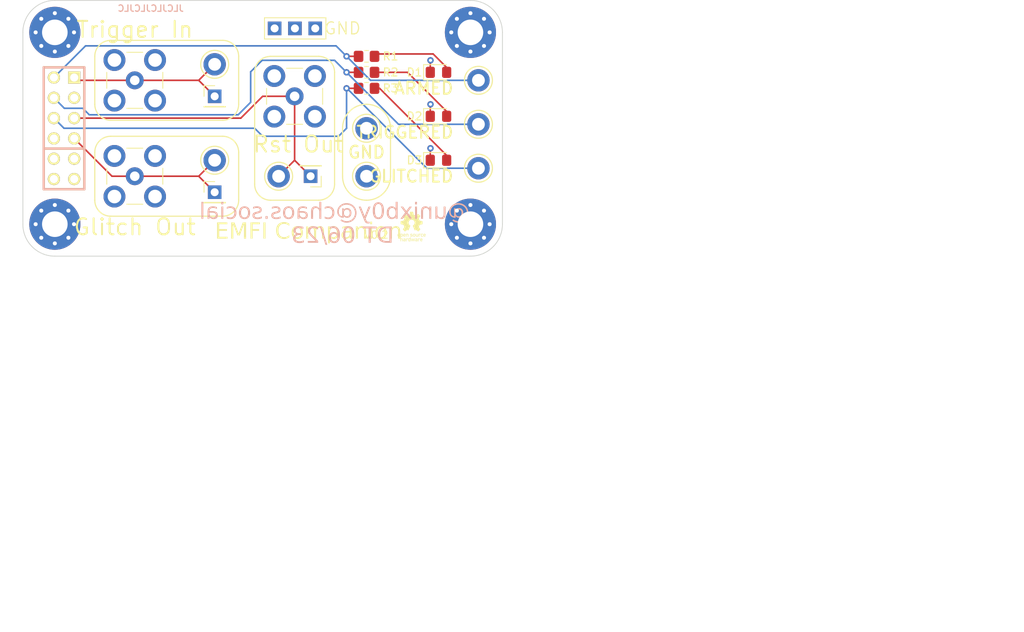
<source format=kicad_pcb>
(kicad_pcb (version 20221018) (generator pcbnew)
  (title_block (title "EMFI Companion") (date "2023-07-06") (rev "v0.2") (company "SEEMOO, TU Darmstadt") (comment 1 "Davide Toldo"))
  (layers (0 "F.Cu" signal) (1 "In1.Cu" signal) (2 "In2.Cu" signal) (31 "B.Cu" signal) (34 "B.Paste" user) (35 "F.Paste" user) (36 "B.SilkS" user "B.Silkscreen") (37 "F.SilkS" user "F.Silkscreen") (38 "B.Mask" user) (39 "F.Mask" user) (44 "Edge.Cuts" user))
  (net 0 "")
  (net 1 "GLITCH_OUT")
  (net 2 "GND")
  (net 3 "Net-(D1-A)")
  (net 4 "Net-(D2-A)")
  (net 5 "Net-(D3-A)")
  (net 6 "RESET_OUT")
  (net 7 "VCC")
  (net 9 "GLITCHED")
  (net 10 "TRIGGERED")
  (net 11 "ARMED")
  (net 13 "TRIGGER_IN")
  (footprint "MountingHole:MountingHole_3.2mm_M3_Pad_Via" (layer "F.Cu") (at 130 82)
    (fp_text reference "H4" hide)
    (fp_text value "H4" hide)
  )
  (footprint "pmod-conn_6x2:pmod_pin_array_6x2" (layer "F.Cu") (at 79.151974 70)
    (fp_text reference "PMOD1" hide)
    (fp_text value "PMOD-Device-x2-Type-1A-GPIO" hide)
  )
  (footprint "LED_SMD:LED_0805_2012Metric_Pad1.15x1.40mm_HandSolder" (layer "F.Cu") (at 126 68.5)
    (fp_text reference "D2")
    (fp_text value "LED")
  )
  (footprint "TestPoint:TestPoint_Keystone_5005-5009_Compact" (layer "F.Cu") (at 117 76 -90)
    (fp_text reference "TP1" hide)
    (fp_text value "GND")
  )
  (footprint "Resistor_SMD:R_0805_2012Metric_Pad1.20x1.40mm_HandSolder" (layer "F.Cu") (at 117 63)
    (fp_text reference "R2")
    (fp_text value "47")
  )
  (footprint "Resistor_SMD:R_0805_2012Metric_Pad1.20x1.40mm_HandSolder" (layer "F.Cu") (at 117 65)
    (fp_text reference "R3")
    (fp_text value "47")
  )
  (footprint "Connector_PinHeader_2.54mm:PinHeader_1x01_P2.54mm_Vertical" (layer "F.Cu") (at 110 76 180)
    (fp_text reference "PinHeader3" hide)
    (fp_text value "Rst Out" hide)
  )
  (footprint "Connector_Coaxial:SMB_Jack_Vertical" (layer "F.Cu") (at 88 64)
    (fp_text reference "Coax1" hide)
    (fp_text value "Trigger In")
  )
  (footprint "TestPoint:TestPoint_Keystone_5005-5009_Compact" (layer "F.Cu") (at 117 70 -90)
    (fp_text reference "TP2" hide)
    (fp_text value "GND" hide)
  )
  (footprint "LED_SMD:LED_0805_2012Metric_Pad1.15x1.40mm_HandSolder" (layer "F.Cu") (at 126 74)
    (fp_text reference "D3")
    (fp_text value "LED")
  )
  (footprint "MountingHole:MountingHole_3.2mm_M3_Pad_Via" (layer "F.Cu") (at 130 58)
    (fp_text reference "H2" hide)
    (fp_text value "H2" hide)
  )
  (footprint "LED_SMD:LED_0805_2012Metric_Pad1.15x1.40mm_HandSolder" (layer "F.Cu") (at 126 63)
    (fp_text reference "D1")
    (fp_text value "LED")
  )
  (footprint "Connector_Coaxial:SMB_Jack_Vertical" (layer "F.Cu") (at 108 66)
    (fp_text reference "Coax3" hide)
    (fp_text value "Reset Out")
  )
  (footprint "TestPoint:TestPoint_Keystone_5005-5009_Compact" (layer "F.Cu") (at 98 74)
    (fp_text reference "TP4" hide)
    (fp_text value "Glitch Out" hide)
  )
  (footprint "TestPoint:TestPoint_Keystone_5005-5009_Compact" (layer "F.Cu") (at 131 69.5 -90)
    (fp_text reference "TP8" hide)
    (fp_text value "TRIGGERED")
  )
  (footprint "MountingHole:MountingHole_3.2mm_M3_Pad_Via" (layer "F.Cu") (at 78 82)
    (fp_text reference "H3" hide)
    (fp_text value "H3" hide)
  )
  (footprint "Connector_PinHeader_2.54mm:PinHeader_1x03_P2.54mm_Vertical" (layer "F.Cu") (at 105.5 57.5 90)
    (fp_text reference "TP6" hide)
    (fp_text value "GND")
  )
  (footprint "TestPoint:TestPoint_Keystone_5005-5009_Compact" (layer "F.Cu") (at 98 62)
    (fp_text reference "TP3" hide)
    (fp_text value "Trigger In" hide)
  )
  (footprint "Connector_PinHeader_2.54mm:PinHeader_1x01_P2.54mm_Vertical" (layer "F.Cu") (at 98 78)
    (fp_text reference "PinHeader2" hide)
    (fp_text value "Glitch Out" hide)
  )
  (footprint "Resistor_SMD:R_0805_2012Metric_Pad1.20x1.40mm_HandSolder" (layer "F.Cu") (at 117 61)
    (fp_text reference "R1")
    (fp_text value "47")
  )
  (footprint "Connector_Coaxial:SMB_Jack_Vertical" (layer "F.Cu") (at 88 76)
    (fp_text reference "Coax2" hide)
    (fp_text value "Glitch Out")
  )
  (footprint "Connector_PinHeader_2.54mm:PinHeader_1x01_P2.54mm_Vertical" (layer "F.Cu") (at 98 66)
    (fp_text reference "PinHeader1" hide)
    (fp_text value "Trigger In" hide)
  )
  (footprint "TestPoint:TestPoint_Keystone_5005-5009_Compact" (layer "F.Cu") (at 131 64 -90)
    (fp_text reference "TP7" hide)
    (fp_text value "ARMED")
  )
  (footprint "TestPoint:TestPoint_Keystone_5005-5009_Compact" (layer "F.Cu") (at 106 76)
    (fp_text reference "TP5" hide)
    (fp_text value "Rst Out")
  )
  (footprint "MountingHole:MountingHole_3.2mm_M3_Pad_Via" (layer "F.Cu") (at 78 58)
    (fp_text reference "H1" hide)
    (fp_text value "H1" hide)
  )
  (footprint "TestPoint:TestPoint_Keystone_5005-5009_Compact" (layer "F.Cu") (at 131 75 -90)
    (fp_text reference "TP9" hide)
    (fp_text value "GLITCHED")
  )
  (gr_poly (pts (xy 121.028297 83.191769) (xy 121.035016 83.192052) (xy 121.041689 83.192572) (xy 121.048285 83.193325) (xy 121.054774 83.194308) (xy 121.061126 83.19552) (xy 121.067312 83.196957) (xy 121.0733 83.198616) (xy 121.07906 83.200494) (xy 121.084562 83.202589) (xy 121.089777 83.204897) (xy 121.097759 83.20894) (xy 121.105366 83.213326) (xy 121.112595 83.218053) (xy 121.119443 83.223117) (xy 121.125906 83.228515) (xy 121.131982 83.234244) (xy 121.137667 83.2403) (xy 121.142958 83.246679) (xy 121.147852 83.253379) (xy 121.152346 83.260396) (xy 121.156438 83.267726) (xy 121.160123 83.275367) (xy 121.163398 83.283315) (xy 121.166262 83.291566) (xy 121.16871 83.300118) (xy 121.170739 83.308967) (xy 121.171576 83.314113) (xy 121.172302 83.320684) (xy 121.173418 83.337288) (xy 121.174088 83.35715) (xy 121.174311 83.37864) (xy 121.174088 83.400131) (xy 121.173418 83.419992) (xy 121.172302 83.436596) (xy 121.171576 83.443168) (xy 121.170739 83.448314) (xy 121.169403 83.454377) (xy 121.167965 83.460148) (xy 121.16641 83.465655) (xy 121.164723 83.470925) (xy 121.162887 83.475983) (xy 121.160888 83.480857) (xy 121.158712 83.485575) (xy 121.156341 83.490162) (xy 121.153762 83.494646) (xy 121.150959 83.499053) (xy 121.147917 83.503411) (xy 121.14462 83.507746) (xy 121.141053 83.512085) (xy 121.137201 83.516455) (xy 121.133049 83.520883) (xy 121.128582 83.525395) (xy 121.123973 83.529928) (xy 121.121889 83.531904) (xy 121.119917 83.533713) (xy 121.118027 83.535376) (xy 121.116192 83.536911) (xy 121.114384 83.53834) (xy 121.112575 83.539683) (xy 121.110737 83.54096) (xy 121.108842 83.54219) (xy 121.106862 83.543395) (xy 121.10477 83.544594) (xy 121.102537 83.545808) (xy 121.100135 83.547056) (xy 121.094715 83.549737) (xy 121.086389 83.55352) (xy 121.077896 83.556798) (xy 121.069259 83.559571) (xy 121.060502 83.561839) (xy 121.051647 83.563602) (xy 121.042719 83.564859) (xy 121.03374 83.56561) (xy 121.024733 83.565855) (xy 121.015723 83.565593) (xy 121.006731 83.564825) (xy 120.997782 83.56355) (xy 120.988899 83.561768) (xy 120.980104 83.559478) (xy 120.971422 83.55668) (xy 120.962875 83.553375) (xy 120.954486 83.549561) (xy 120.948767 83.546732) (xy 120.946277 83.545439) (xy 120.943986 83.544192) (xy 120.941858 83.542966) (xy 120.939858 83.541735) (xy 120.93795 83.540473) (xy 120.936098 83.539154) (xy 120.934267 83.537752) (xy 120.93242 83.536242) (xy 120.930524 83.534598) (xy 120.928541 83.532793) (xy 120.926436 83.530802) (xy 120.924173 83.5286) (xy 120.919032 83.523455) (xy 120.914765 83.519) (xy 120.910816 83.514674) (xy 120.907167 83.510446) (xy 120.903802 83.506285) (xy 120.900704 83.502159) (xy 120.897855 83.498037) (xy 120.895239 83.493886) (xy 120.892838 83.489677) (xy 120.890636 83.485376) (xy 120.888615 83.480953) (xy 120.886759 83.476376) (xy 120.88505 83.471613) (xy 120.883471 83.466634) (xy 120.882005 83.461406) (xy 120.880635 83.455897) (xy 120.879345 83.450077) (xy 120.877918 83.441417) (xy 120.876696 83.430702) (xy 120.875701 83.418408) (xy 120.874957 83.40501) (xy 120.874485 83.390984) (xy 120.874332 83.37864) (xy 120.946946 83.37864) (xy 120.947285 83.397895) (xy 120.948302 83.415797) (xy 120.949064 83.423819) (xy 120.949997 83.430997) (xy 120.951098 83.43716) (xy 120.95237 83.44214) (xy 120.954328 83.447687) (xy 120.956625 83.452947) (xy 120.959254 83.457913) (xy 120.962206 83.462579) (xy 120.965473 83.466939) (xy 120.969048 83.470988) (xy 120.972921 83.474718) (xy 120.977086 83.478123) (xy 120.981534 83.481198) (xy 120.986257 83.483936) (xy 120.991248 83.486331) (xy 120.996497 83.488376) (xy 121.001998 83.490066) (xy 121.007742 83.491394) (xy 121.013721 83.492354) (xy 121.019927 83.49294) (xy 121.023925 83.493079) (xy 121.027911 83.493035) (xy 121.031875 83.492809) (xy 121.03581 83.492405) (xy 121.039706 83.491826) (xy 121.043556 83.491073) (xy 121.047351 83.49015) (xy 121.051081 83.489059) (xy 121.05474 83.487803) (xy 121.058317 83.486384) (xy 121.061805 83.484805) (xy 121.065195 83.483068) (xy 121.068479 83.481176) (xy 121.071647 83.479131) (xy 121.074693 83.476937) (xy 121.077606 83.474596) (xy 121.079365 83.472941) (xy 121.081129 83.471036) (xy 121.082888 83.468901) (xy 121.084628 83.466559) (xy 121.08634 83.46403) (xy 121.088011 83.461337) (xy 121.089631 83.458502) (xy 121.091188 83.455546) (xy 121.09267 83.45249) (xy 121.094066 83.449357) (xy 121.095366 83.446168) (xy 121.096557 83.442945) (xy 121.097627 83.439709) (xy 121.098567 83.436483) (xy 121.099364 83.433288) (xy 121.100007 83.430145) (xy 121.100565 83.426196) (xy 121.101049 83.421256) (xy 121.101793 83.408968) (xy 121.10224 83.394414) (xy 121.102388 83.378728) (xy 121.10224 83.363042) (xy 121.101793 83.348488) (xy 121.101049 83.336201) (xy 121.100565 83.33126) (xy 121.100007 83.327311) (xy 121.098718 83.321228) (xy 121.097103 83.31542) (xy 121.095166 83.309891) (xy 121.092913 83.304648) (xy 121.091669 83.302134) (xy 121.090347 83.299694) (xy 121.088949 83.297328) (xy 121.087475 83.295037) (xy 121.085924 83.292821) (xy 121.084299 83.290681) (xy 121.082599 83.288617) (xy 121.080825 83.286631) (xy 121.078977 83.284723) (xy 121.077057 83.282894) (xy 121.075065 83.281144) (xy 121.073001 83.279474) (xy 121.070866 83.277885) (xy 121.06866 83.276377) (xy 121.066385 83.274952) (xy 121.06404 83.273609) (xy 121.061627 83.272349) (xy 121.059145 83.271174) (xy 121.056596 83.270084) (xy 121.05398 83.269079) (xy 121.051297 83.26816) (xy 121.048549 83.267328) (xy 121.042857 83.265928) (xy 121.039614 83.26533) (xy 121.036307 83.26486) (xy 121.032948 83.264518) (xy 121.029548 83.264301) (xy 121.026118 83.264211) (xy 121.022669 83.264247) (xy 121.019213 83.264408) (xy 121.015759 83.264693) (xy 121.012321 83.265102) (xy 121.008907 83.265635) (xy 121.005531 83.26629) (xy 121.002202 83.267069) (xy 120.998932 83.267969) (xy 120.995733 83.26899) (xy 120.992614 83.270133) (xy 120.989588 83.271395) (xy 120.986391 83.272914) (xy 120.983286 83.274621) (xy 120.980278 83.276511) (xy 120.977373 83.278578) (xy 120.974575 83.280817) (xy 120.97189 83.283221) (xy 120.969322 83.285786) (xy 120.966878 83.288505) (xy 120.964561 83.291373) (xy 120.962378 83.294385) (xy 120.960334 83.297533) (xy 120.958433 83.300814) (xy 120.956681 83.30422) (xy 120.955083 83.307747) (xy 120.953644 83.311389) (xy 120.95237 83.31514) (xy 120.951098 83.32012) (xy 120.949997 83.326283) (xy 120.949064 83.333461) (xy 120.948302 83.341483) (xy 120.947285 83.359385) (xy 120.946946 83.37864) (xy 120.874332 83.37864) (xy 120.874309 83.376804) (xy 120.874452 83.362948) (xy 120.874935 83.349888) (xy 120.875636 83.339053) (xy 120.876497 83.328992) (xy 120.877543 83.319643) (xy 120.878799 83.310942) (xy 120.880288 83.302825) (xy 120.882035 83.295228) (xy 120.884064 83.288088) (xy 120.8864 83.281339) (xy 120.889067 83.27492) (xy 120.892088 83.268765) (xy 120.895489 83.262812) (xy 120.899293 83.256995) (xy 120.903525 83.251252) (xy 120.90821 83.245518) (xy 120.913371 83.239731) (xy 120.919032 83.233825) (xy 120.924129 83.228782) (xy 120.926384 83.226609) (xy 120.928488 83.224636) (xy 120.930476 83.222839) (xy 120.93238 83.221193) (xy 120.934236 83.219674) (xy 120.936076 83.218258) (xy 120.937934 83.216921) (xy 120.939846 83.215638) (xy 120.941843 83.214385) (xy 120.943961 83.213138) (xy 120.946232 83.211872) (xy 120.948692 83.210563) (xy 120.95431 83.207719) (xy 120.958942 83.205503) (xy 120.963455 83.20348) (xy 120.967859 83.201648) (xy 120.972169 83.200002) (xy 120.976396 83.198538) (xy 120.980553 83.197252) (xy 120.984652 83.196139) (xy 120.988706 83.195195) (xy 120.995067 83.194) (xy 121.001564 83.193059) (xy 121.008165 83.192367) (xy 121.014842 83.191924) (xy 121.021562 83.191726)) (fill solid) (layer "F.SilkS"))
  (gr_line (start 103 63) (end 103 77) (stroke (width 0.15)) (layer "F.SilkS"))
  (gr_poly (pts (xy 122.123144 83.191752) (xy 122.128419 83.192073) (xy 122.133668 83.192616) (xy 122.138886 83.19338) (xy 122.144068 83.194364) (xy 122.149212 83.195569) (xy 122.154314 83.196995) (xy 122.159369 83.198641) (xy 122.164373 83.200507) (xy 122.169323 83.202592) (xy 122.174215 83.204897) (xy 122.18052 83.208222) (xy 122.186592 83.211902) (xy 122.19242 83.21592) (xy 122.197989 83.220259) (xy 122.203288 83.224902) (xy 122.208303 83.229832) (xy 122.213022 83.235031) (xy 122.217431 83.240483) (xy 122.221517 83.246171) (xy 122.225268 83.252078) (xy 122.228671 83.258185) (xy 122.231713 83.264478) (xy 122.23438 83.270938) (xy 122.236661 83.277548) (xy 122.238541 83.284291) (xy 122.240009 83.291151) (xy 122.240446 83.295651) (xy 122.240833 83.303967) (xy 122.241442 83.331897) (xy 122.241819 83.374644) (xy 122.241949 83.431909) (xy 122.241949 83.562085) (xy 122.169806 83.562085) (xy 122.169276 83.440729) (xy 122.168747 83.31955) (xy 122.16469 83.309319) (xy 122.163149 83.305794) (xy 122.161441 83.302366) (xy 122.15957 83.299042) (xy 122.157544 83.295828) (xy 122.155368 83.292731) (xy 122.153048 83.289758) (xy 122.15059 83.286914) (xy 122.148 83.284206) (xy 122.145284 83.281641) (xy 122.142447 83.279225) (xy 122.139497 83.276964) (xy 122.136438 83.274866) (xy 122.133277 83.272936) (xy 122.130019 83.27118) (xy 122.126671 83.269607) (xy 122.123239 83.268221) (xy 122.120656 83.267384) (xy 122.117766 83.266658) (xy 122.114612 83.266044) (xy 122.111239 83.265542) (xy 122.10769 83.265151) (xy 122.104009 83.264872) (xy 122.100241 83.264705) (xy 122.096428 83.264649) (xy 122.092615 83.264705) (xy 122.088847 83.264872) (xy 122.085166 83.265151) (xy 122.081617 83.265542) (xy 122.078243 83.266044) (xy 122.07509 83.266658) (xy 122.0722 83.267384) (xy 122.069617 83.268221) (xy 122.066184 83.269607) (xy 122.062837 83.27118) (xy 122.059579 83.272936) (xy 122.056418 83.274866) (xy 122.053359 83.276964) (xy 122.050409 83.279225) (xy 122.047572 83.281641) (xy 122.044856 83.284206) (xy 122.042266 83.286914) (xy 122.039808 83.289758) (xy 122.037488 83.292731) (xy 122.035312 83.295828) (xy 122.033286 83.299042) (xy 122.031415 83.302366) (xy 122.029706 83.305794) (xy 122.028165 83.309319) (xy 122.024109 83.31955) (xy 122.023579 83.440729) (xy 122.02305 83.562085) (xy 121.950907 83.562085) (xy 121.950907 83.195195) (xy 122.023227 83.195195) (xy 122.023227 83.236294) (xy 122.036279 83.223771) (xy 122.039207 83.221105) (xy 122.042232 83.218533) (xy 122.045347 83.21606) (xy 122.048547 83.213689) (xy 122.051823 83.211423) (xy 122.055171 83.209266) (xy 122.058584 83.207222) (xy 122.062054 83.205294) (xy 122.065576 83.203486) (xy 122.069144 83.201801) (xy 122.07275 83.200244) (xy 122.076389 83.198817) (xy 122.080053 83.197525) (xy 122.083737 83.19637) (xy 122.087433 83.195357) (xy 122.091136 83.19449) (xy 122.096493 83.193477) (xy 122.101847 83.192687) (xy 122.107192 83.19212) (xy 122.112526 83.191775) (xy 122.117845 83.191653)) (fill solid) (layer "F.SilkS"))
  (gr_line (start 83 67) (end 83 61) (stroke (width 0.15)) (layer "F.SilkS"))
  (gr_poly (pts (xy 121.412301 83.191836) (xy 121.418234 83.192127) (xy 121.424109 83.192691) (xy 121.429915 83.193523) (xy 121.435644 83.194617) (xy 121.441287 83.19597) (xy 121.446836 83.197574) (xy 121.452281 83.199426) (xy 121.457614 83.201519) (xy 121.462825 83.203849) (xy 121.467907 83.20641) (xy 121.472849 83.209196) (xy 121.477644 83.212204) (xy 121.482282 83.215427) (xy 121.486754 83.21886) (xy 121.491052 83.222498) (xy 121.495167 83.226335) (xy 121.49909 83.230367) (xy 121.502812 83.234588) (xy 121.506324 83.238992) (xy 121.509618 83.243576) (xy 121.512684 83.248332) (xy 121.515514 83.253257) (xy 121.518099 83.258344) (xy 121.52043 83.263589) (xy 121.522498 83.268986) (xy 121.524294 83.274529) (xy 121.52581 83.280215) (xy 121.527422 83.288367) (xy 121.52882 83.29818) (xy 121.530002 83.309416) (xy 121.530969 83.321837) (xy 121.532259 83.34929) (xy 121.532689 83.37864) (xy 121.532259 83.40799) (xy 121.530969 83.435443) (xy 121.530002 83.447864) (xy 121.52882 83.4591) (xy 121.527422 83.468913) (xy 121.52581 83.477065) (xy 121.524548 83.481882) (xy 121.52308 83.486605) (xy 121.521412 83.491232) (xy 121.519548 83.495759) (xy 121.517495 83.50018) (xy 121.515257 83.504494) (xy 121.512839 83.508694) (xy 121.510246 83.512778) (xy 121.504559 83.520581) (xy 121.498236 83.527871) (xy 121.49132 83.534616) (xy 121.483851 83.540786) (xy 121.475872 83.546347) (xy 121.467424 83.551269) (xy 121.458549 83.55552) (xy 121.449287 83.559069) (xy 121.439682 83.561885) (xy 121.429774 83.563935) (xy 121.42472 83.564663) (xy 121.419605 83.565188) (xy 121.414436 83.565506) (xy 121.409217 83.565612) (xy 121.403843 83.565502) (xy 121.398562 83.565169) (xy 121.393364 83.564608) (xy 121.388238 83.563815) (xy 121.383174 83.562787) (xy 121.378161 83.56152) (xy 121.37319 83.560008) (xy 121.368251 83.558248) (xy 121.363331 83.556236) (xy 121.358422 83.553968) (xy 121.353513 83.551439) (xy 121.348594 83.548646) (xy 121.343654 83.545584) (xy 121.338683 83.542249) (xy 121.333671 83.538637) (xy 121.328607 83.534744) (xy 121.325691 83.532428) (xy 121.322935 83.530274) (xy 121.320403 83.528326) (xy 121.318156 83.52663) (xy 121.316256 83.525232) (xy 121.314766 83.524177) (xy 121.314194 83.523793) (xy 121.313747 83.523511) (xy 121.313434 83.523338) (xy 121.313329 83.523294) (xy 121.313261 83.523279) (xy 121.3129 83.534755) (xy 121.312622 83.566009) (xy 121.312379 83.6688) (xy 121.3126 83.77159) (xy 121.312826 83.802844) (xy 121.313085 83.814321) (xy 121.313233 83.814272) (xy 121.313475 83.814129) (xy 121.31422 83.813579) (xy 121.31528 83.812711) (xy 121.316613 83.811564) (xy 121.318177 83.810178) (xy 121.319931 83.808591) (xy 121.323845 83.804972) (xy 121.327899 83.801251) (xy 121.332059 83.797761) (xy 121.336329 83.7945) (xy 121.340712 83.791467) (xy 121.34521 83.788662) (xy 121.349828 83.786083) (xy 121.354567 83.78373) (xy 121.359431 83.7816) (xy 121.364424 83.779694) (xy 121.369547 83.778011) (xy 121.374805 83.776548) (xy 121.380201 83.775305) (xy 121.385737 83.774282) (xy 121.391417 83.773477) (xy 121.397243 83.772889) (xy 121.40322 83.772516) (xy 121.408799 83.772254) (xy 121.413624 83.772136) (xy 121.415812 83.772135) (xy 121.417882 83.772175) (xy 121.419858 83.772258) (xy 121.421762 83.772384) (xy 121.42362 83.772556) (xy 121.425453 83.772775) (xy 121.427285 83.773042) (xy 121.429141 83.77336) (xy 121.431043 83.773729) (xy 121.433015 83.774151) (xy 121.437263 83.775162) (xy 121.445643 83.777577) (xy 121.453711 83.780449) (xy 121.461455 83.783769) (xy 121.468867 83.787526) (xy 121.475934 83.791711) (xy 121.482646 83.796314) (xy 121.488993 83.801326) (xy 121.494964 83.806736) (xy 121.500548 83.812534) (xy 121.505736 83.818712) (xy 121.510515 83.825258) (xy 121.514877 83.832163) (xy 121.518809 83.839418) (xy 121.522302 83.847012) (xy 121.525345 83.854936) (xy 121.527927 83.86318) (xy 121.529209 83.867988) (xy 121.530181 83.873433) (xy 121.530897 83.881126) (xy 121.53141 83.892681) (xy 121.532044 83.933824) (xy 121.532513 84.00976) (xy 121.533042 84.142404) (xy 121.460722 84.142404) (xy 121.460193 84.023694) (xy 121.460011 83.984546) (xy 121.459824 83.954988) (xy 121.459712 83.943329) (xy 121.459579 83.933495) (xy 121.459419 83.925297) (xy 121.459223 83.918544) (xy 121.45911 83.91565) (xy 121.458986 83.913046) (xy 121.45885 83.910708) (xy 121.458702 83.908613) (xy 121.458539 83.906735) (xy 121.458362 83.905053) (xy 121.458169 83.903541) (xy 121.457961 83.902176) (xy 121.457735 83.900935) (xy 121.457492 83.899793) (xy 121.457229 83.898726) (xy 121.456947 83.897712) (xy 121.456321 83.895743) (xy 121.455607 83.893696) (xy 121.454137 83.889759) (xy 121.452565 83.886014) (xy 121.450887 83.882454) (xy 121.449097 83.879072) (xy 121.447189 83.875862) (xy 121.445158 83.872816) (xy 121.442998 83.869929) (xy 121.440702 83.867193) (xy 121.438266 83.864602) (xy 121.435684 83.862149) (xy 121.43295 83.859827) (xy 121.430058 83.85763) (xy 121.427003 83.85555) (xy 121.423779 83.853582) (xy 121.420381 83.851717) (xy 121.416802 83.849951) (xy 121.413668 83.848531) (xy 121.412233 83.84794) (xy 121.410846 83.847421) (xy 121.409474 83.846971) (xy 121.408086 83.846584) (xy 121.406651 83.846256) (xy 121.405138 83.845982) (xy 121.403515 83.845758) (xy 121.401752 83.845579) (xy 121.399816 83.845441) (xy 121.397677 83.845338) (xy 121.392664 83.84522) (xy 121.386463 83.845189) (xy 121.38007 83.845214) (xy 121.37738 83.845255) (xy 121.374975 83.845324) (xy 121.372819 83.845427) (xy 121.370873 83.84557) (xy 121.369098 83.84576) (xy 121.367457 83.846004) (xy 121.36591 83.846308) (xy 121.364421 83.846679) (xy 121.36295 83.847122) (xy 121.36146 83.847644) (xy 121.359911 83.848252) (xy 121.358267 83.848953) (xy 121.354536 83.850657) (xy 121.351761 83.852028) (xy 121.349121 83.853433) (xy 121.34661 83.854878) (xy 121.344223 83.856367) (xy 121.341954 83.857906) (xy 121.339796 83.8595) (xy 121.337745 83.861153) (xy 121.335795 83.862872) (xy 121.33394 83.86466) (xy 121.332174 83.866525) (xy 121.330492 83.86847) (xy 121.328888 83.8705) (xy 121.327357 83.872622) (xy 121.325892 83.87484) (xy 121.324488 83.877159) (xy 121.323139 83.879585) (xy 121.319689 83.886429) (xy 121.318282 83.889784) (xy 121.317067 83.893365) (xy 121.316032 83.897376) (xy 121.315161 83.90202) (xy 121.313857 83.914024) (xy 121.31304 83.931006) (xy 121.312597 83.954594) (xy 121.312379 84.028104) (xy 121.312379 84.142404) (xy 121.24006 84.142404) (xy 121.24006 83.378883) (xy 121.313129 83.378883) (xy 121.313336 83.395155) (xy 121.313956 83.41036) (xy 121.314989 83.423435) (xy 121.315661 83.428843) (xy 121.316436 83.43332) (xy 121.317653 83.438591) (xy 121.318992 83.443563) (xy 121.320461 83.448246) (xy 121.322067 83.452652) (xy 121.323816 83.456791) (xy 121.325716 83.460674) (xy 121.326725 83.462523) (xy 121.327774 83.464312) (xy 121.328864 83.466043) (xy 121.329996 83.467716) (xy 121.331171 83.469334) (xy 121.33239 83.470897) (xy 121.333653 83.472408) (xy 121.334962 83.473866) (xy 121.336318 83.475274) (xy 121.33772 83.476633) (xy 121.339171 83.477944) (xy 121.34067 83.479209) (xy 121.34222 83.480429) (xy 121.34382 83.481606) (xy 121.347177 83.483833) (xy 121.350746 83.485903) (xy 121.354536 83.487825) (xy 121.357666 83.489237) (xy 121.3591 83.48982) (xy 121.360492 83.490327) (xy 121.361877 83.490764) (xy 121.363289 83.491136) (xy 121.364763 83.491448) (xy 121.366332 83.491705) (xy 121.368032 83.491913) (xy 121.369896 83.492076) (xy 121.374256 83.49229) (xy 121.379687 83.492387) (xy 121.386463 83.492411) (xy 121.393334 83.492387) (xy 121.396226 83.492348) (xy 121.398804 83.492284) (xy 121.401108 83.492189) (xy 121.403175 83.492057) (xy 121.405042 83.491883) (xy 121.406747 83.491661) (xy 121.408329 83.491385) (xy 121.409824 83.49105) (xy 121.41127 83.49065) (xy 121.412706 83.490178) (xy 121.414169 83.489631) (xy 121.415696 83.489001) (xy 121.417325 83.488283) (xy 121.419095 83.487472) (xy 121.422823 83.48561) (xy 121.426337 83.483591) (xy 121.429645 83.481405) (xy 121.432751 83.479044) (xy 121.435662 83.476499) (xy 121.438383 83.473761) (xy 121.440921 83.470822) (xy 121.443282 83.467672) (xy 121.445471 83.464304) (xy 121.447494 83.460707) (xy 121.449358 83.456874) (xy 121.451068 83.452795) (xy 121.45263 83.448462) (xy 121.45405 83.443866) (xy 121.455335 83.438998) (xy 121.456489 83.43385) (xy 121.457202 83.429598) (xy 121.45782 83.424287) (xy 121.458771 83.41109) (xy 121.459342 83.395471) (xy 121.459532 83.37864) (xy 121.459342 83.361809) (xy 121.458771 83.34619) (xy 121.45782 83.332993) (xy 121.457202 83.327682) (xy 121.456489 83.32343) (xy 121.455329 83.318363) (xy 121.454029 83.313545) (xy 121.452587 83.308971) (xy 121.450999 83.304639) (xy 121.449262 83.300545) (xy 121.447373 83.296685) (xy 121.44533 83.293055) (xy 121.444249 83.291325) (xy 121.443128 83.289652) (xy 121.441966 83.288034) (xy 121.440764 83.286472) (xy 121.439521 83.284965) (xy 121.438237 83.283512) (xy 121.436911 83.282113) (xy 121.435542 83.280768) (xy 121.434131 83.279476) (xy 121.432677 83.278236) (xy 121.431179 83.277049) (xy 121.429637 83.275913) (xy 121.428052 83.274829) (xy 121.426422 83.273796) (xy 121.424747 83.272812) (xy 121.423026 83.271879) (xy 121.42126 83.270996) (xy 121.419447 83.270161) (xy 121.416149 83.268725) (xy 121.414618 83.268113) (xy 121.413133 83.267567) (xy 121.41167 83.267083) (xy 121.410205 83.266654) (xy 121.408711 83.266278) (xy 121.407166 83.26595) (xy 121.405545 83.265665) (xy 121.403822 83.265419) (xy 121.401974 83.265207) (xy 121.399976 83.265026) (xy 121.395431 83.264737) (xy 121.38999 83.264516) (xy 121.386277 83.264447) (xy 121.382795 83.26444) (xy 121.379526 83.264499) (xy 121.37645 83.264629) (xy 121.373546 83.264835) (xy 121.370795 83.265121) (xy 121.368176 83.265491) (xy 121.365671 83.26595) (xy 121.363258 83.266501) (xy 121.360919 83.26715) (xy 121.358633 83.267901) (xy 121.35638 83.268758) (xy 121.354141 83.269726) (xy 121.351895 83.270808) (xy 121.349623 83.27201) (xy 121.347304 83.273336) (xy 121.344375 83.275158) (xy 121.341601 83.277125) (xy 121.338979 83.279245) (xy 121.336503 83.281524) (xy 121.334169 83.283972) (xy 121.331972 83.286597) (xy 121.329906 83.289406) (xy 121.327968 83.292408) (xy 121.326151 83.29561) (xy 121.324451 83.299021) (xy 121.322864 83.302648) (xy 121.321383 83.3065) (xy 121.320005 83.310584) (xy 121.318725 83.314909) (xy 121.317537 83.319482) (xy 121.316436 83.324312) (xy 121.315661 83.328821) (xy 121.314989 83.334256) (xy 121.313956 83.347372) (xy 121.313336 83.362601) (xy 121.313129 83.378883) (xy 121.24006 83.378883) (xy 121.24006 83.195195) (xy 121.312379 83.195195) (xy 121.312379 83.214598) (xy 121.312395 83.218471) (xy 121.312437 83.222095) (xy 121.3125 83.225388) (xy 121.312578 83.228268) (xy 121.312664 83.230652) (xy 121.312751 83.232458) (xy 121.312835 83.233601) (xy 121.312873 83.233899) (xy 121.312909 83.234001) (xy 121.313015 83.233964) (xy 121.3132 83.233857) (xy 121.313785 83.233442) (xy 121.314626 83.232782) (xy 121.315687 83.231906) (xy 121.316929 83.23084) (xy 121.318316 83.229611) (xy 121.31981 83.228245) (xy 121.321375 83.226769) (xy 121.324584 83.223872) (xy 121.327918 83.22107) (xy 121.331368 83.21837) (xy 121.334924 83.215775) (xy 121.338575 83.213291) (xy 121.34231 83.210922) (xy 121.34612 83.208674) (xy 121.349994 83.20655) (xy 121.353922 83.204558) (xy 121.357893 83.2027) (xy 121.361897 83.200982) (xy 121.365924 83.19941) (xy 121.369964 83.197987) (xy 121.374005 83.196719) (xy 121.378038 83.19561) (xy 121.382053 83.194666) (xy 121.38815 83.193512) (xy 121.394233 83.192656) (xy 121.400291 83.192096) (xy 121.406317 83.191824)) (fill solid) (layer "F.SilkS"))
  (gr_poly (pts (xy 122.615518 83.192594) (xy 122.627702 83.193242) (xy 122.639284 83.194176) (xy 122.649572 83.195366) (xy 122.654015 83.196048) (xy 122.657874 83.196783) (xy 122.66139 83.197606) (xy 122.66504 83.198547) (xy 122.672638 83.200744) (xy 122.680455 83.203291) (xy 122.688279 83.20611) (xy 122.695896 83.209118) (xy 122.703093 83.212236) (xy 122.709657 83.215383) (xy 122.712636 83.216943) (xy 122.715377 83.218479) (xy 122.717702 83.219874) (xy 122.720154 83.221394) (xy 122.725288 83.224705) (xy 122.73047 83.228193) (xy 122.735397 83.231642) (xy 122.739761 83.234834) (xy 122.741637 83.236267) (xy 122.743257 83.237554) (xy 122.744584 83.238668) (xy 122.745579 83.239583) (xy 122.746204 83.24027) (xy 122.746366 83.24052) (xy 122.746421 83.240704) (xy 122.746041 83.241377) (xy 122.74496 83.242861) (xy 122.741049 83.247839) (xy 122.728716 83.262863) (xy 122.715093 83.278978) (xy 122.70957 83.28532) (xy 122.705852 83.289387) (xy 122.705258 83.289976) (xy 122.704725 83.290485) (xy 122.704237 83.290912) (xy 122.703782 83.291256) (xy 122.703561 83.291396) (xy 122.703344 83.291515) (xy 122.703127 83.291613) (xy 122.702909 83.291688) (xy 122.702689 83.291742) (xy 122.702464 83.291773) (xy 122.702232 83.291782) (xy 122.701993 83.291769) (xy 122.701744 83.291732) (xy 122.701483 83.291673) (xy 122.701209 83.291591) (xy 122.70092 83.291485) (xy 122.700614 83.291356) (xy 122.700289 83.291204) (xy 122.699576 83.290826) (xy 122.698767 83.290351) (xy 122.697848 83.289778) (xy 122.695621 83.288329) (xy 122.693375 83.286872) (xy 122.690893 83.285356) (xy 122.685349 83.282202) (xy 122.679247 83.278987) (xy 122.672845 83.275827) (xy 122.666401 83.272841) (xy 122.660175 83.270147) (xy 122.654424 83.267862) (xy 122.649407 83.266104) (xy 122.646099 83.265147) (xy 122.642666 83.264262) (xy 122.639128 83.263452) (xy 122.6355 83.262717) (xy 122.6318 83.262059) (xy 122.628044 83.261481) (xy 122.62425 83.260984) (xy 122.620435 83.26057) (xy 122.616616 83.26024) (xy 122.61281 83.259997) (xy 122.609034 83.259843) (xy 122.605304 83.259779) (xy 122.601639 83.259806) (xy 122.598055 83.259928) (xy 122.594569 83.260145) (xy 122.591199 83.260459) (xy 122.586766 83.260969) (xy 122.582589 83.261572) (xy 122.57866 83.262274) (xy 122.574971 83.263078) (xy 122.571514 83.263987) (xy 122.569869 83.264482) (xy 122.568279 83.265005) (xy 122.566743 83.265556) (xy 122.56526 83.266136) (xy 122.563828 83.266745) (xy 122.562447 83.267383) (xy 122.561116 83.268051) (xy 122.559833 83.26875) (xy 122.558598 83.269479) (xy 122.557409 83.27024) (xy 122.556266 83.271033) (xy 122.555167 83.271858) (xy 122.554112 83.272715) (xy 122.553099 83.273606) (xy 122.552127 83.27453) (xy 122.551196 83.275489) (xy 122.550304 83.276482) (xy 122.54945 83.277509) (xy 122.548633 83.278572) (xy 122.547853 83.279672) (xy 122.547107 83.280807) (xy 122.546396 83.281979) (xy 122.544976 83.284692) (xy 122.543758 83.287465) (xy 122.542742 83.29028) (xy 122.541928 83.293122) (xy 122.541316 83.295975) (xy 122.540905 83.298824) (xy 122.540695 83.301653) (xy 122.540685 83.304446) (xy 122.540877 83.307188) (xy 122.541268 83.309862) (xy 122.541859 83.312453) (xy 122.54223 83.313712) (xy 122.542651 83.314944) (xy 122.543121 83.316148) (xy 122.543641 83.317321) (xy 122.544211 83.318462) (xy 122.544831 83.319568) (xy 122.545501 83.320637) (xy 122.54622 83.321668) (xy 122.546989 83.322659) (xy 122.547807 83.323607) (xy 122.549776 83.325669) (xy 122.551869 83.327563) (xy 122.554118 83.329298) (xy 122.556555 83.330883) (xy 122.559213 83.332327) (xy 122.562126 83.33364) (xy 122.565324 83.334831) (xy 122.568842 83.33591) (xy 122.57271 83.336885) (xy 122.576963 83.337766) (xy 122.581632 83.338562) (xy 122.586751 83.339283) (xy 122.59235 83.339938) (xy 122.598465 83.340536) (xy 122.612365 83.341598) (xy 122.627273 83.342587) (xy 122.640144 83.343588) (xy 122.651225 83.344631) (xy 122.660762 83.345744) (xy 122.665029 83.346335) (xy 122.669001 83.346956) (xy 122.672711 83.347608) (xy 122.676188 83.348296) (xy 122.679464 83.349023) (xy 122.682569 83.349793) (xy 122.685533 83.350609) (xy 122.688389 83.351476) (xy 122.69442 83.35359) (xy 122.700206 83.356025) (xy 122.705744 83.358776) (xy 122.711028 83.361839) (xy 122.716053 83.365207) (xy 122.720815 83.368877) (xy 122.72531 83.372841) (xy 122.729532 83.377097) (xy 122.733477 83.381637) (xy 122.737141 83.386458) (xy 122.740518 83.391553) (xy 122.743604 83.396918) (xy 122.746395 83.402548) (xy 122.748886 83.408437) (xy 122.751071 83.414581) (xy 122.752947 83.420973) (xy 122.753719 83.424382) (xy 122.754379 83.428034) (xy 122.754928 83.431891) (xy 122.755367 83.435917) (xy 122.755697 83.440072) (xy 122.755918 83.444321) (xy 122.75603 83.448624) (xy 122.756034 83.452944) (xy 122.755931 83.457243) (xy 122.755721 83.461484) (xy 122.755404 83.465629) (xy 122.754981 83.46964) (xy 122.754453 83.47348) (xy 122.75382 83.47711) (xy 122.753083 83.480493) (xy 122.752242 83.483591) (xy 122.75054 83.488538) (xy 122.748579 83.493355) (xy 122.743902 83.50259) (xy 122.73825 83.511276) (xy 122.731662 83.519393) (xy 122.724178 83.526921) (xy 122.715838 83.53384) (xy 122.70668 83.540129) (xy 122.696746 83.545769) (xy 122.686073 83.550738) (xy 122.674701 83.555019) (xy 122.662671 83.558589) (xy 122.650022 83.561428) (xy 122.636792 83.563518) (xy 122.623023 83.564837) (xy 122.608753 83.565365) (xy 122.594021 83.565083) (xy 122.584323 83.564442) (xy 122.574803 83.563442) (xy 122.565452 83.56208) (xy 122.556263 83.560354) (xy 122.547226 83.558259) (xy 122.538335 83.555794) (xy 122.529579 83.552954) (xy 122.520952 83.549737) (xy 122.512445 83.54614) (xy 122.504049 83.542159) (xy 122.495757 83.537792) (xy 122.487559 83.533035) (xy 122.479449 83.527886) (xy 122.471417 83.52234) (xy 122.463455 83.516396) (xy 122.455556 83.51005) (xy 122.444796 83.50123) (xy 122.469843 83.476183) (xy 122.494891 83.451136) (xy 122.502122 83.457662) (xy 122.50828 83.463042) (xy 122.514765 83.468063) (xy 122.521553 83.472718) (xy 122.528619 83.477002) (xy 122.53594 83.480906) (xy 122.54349 83.484423) (xy 122.551247 83.487548) (xy 122.559184 83.490272) (xy 122.567279 83.492589) (xy 122.575506 83.494492) (xy 122.583842 83.495974) (xy 122.592263 83.497027) (xy 122.600743 83.497646) (xy 122.609259 83.497822) (xy 122.617786 83.497549) (xy 122.6263 83.496821) (xy 122.630105 83.496361) (xy 122.633722 83.49584) (xy 122.637162 83.495253) (xy 122.640433 83.494596) (xy 122.643548 83.493867) (xy 122.646516 83.493059) (xy 122.649348 83.492171) (xy 122.652053 83.491198) (xy 122.654643 83.490136) (xy 122.657127 83.488981) (xy 122.659516 83.48773) (xy 122.66182 83.486378) (xy 122.664051 83.484921) (xy 122.666216 83.483357) (xy 122.668329 83.48168) (xy 122.670397 83.479887) (xy 122.672011 83.478359) (xy 122.673543 83.476755) (xy 122.674991 83.475082) (xy 122.676351 83.473347) (xy 122.677619 83.471558) (xy 122.678794 83.46972) (xy 122.679871 83.467842) (xy 122.680848 83.46593) (xy 122.681722 83.463992) (xy 122.68249 83.462033) (xy 122.683147 83.460061) (xy 122.683693 83.458084) (xy 122.684122 83.456107) (xy 122.684433 83.454139) (xy 122.684621 83.452185) (xy 122.684685 83.450254) (xy 122.684653 83.448852) (xy 122.684558 83.447457) (xy 122.684402 83.446072) (xy 122.684185 83.444697) (xy 122.683909 83.443335) (xy 122.683574 83.441986) (xy 122.683183 83.440653) (xy 122.682736 83.439337) (xy 122.682235 83.438039) (xy 122.68168 83.436761) (xy 122.681073 83.435504) (xy 122.680415 83.43427) (xy 122.679708 83.433061) (xy 122.678952 83.431877) (xy 122.678148 83.430721) (xy 122.677299 83.429594) (xy 122.676404 83.428498) (xy 122.675466 83.427433) (xy 122.674485 83.426402) (xy 122.673462 83.425406) (xy 122.6724 83.424447) (xy 122.671299 83.423525) (xy 122.670159 83.422644) (xy 122.668984 83.421803) (xy 122.667772 83.421005) (xy 122.666527 83.420251) (xy 122.665248 83.419543) (xy 122.663938 83.418882) (xy 122.662597 83.41827) (xy 122.661227 83.417707) (xy 122.659829 83.417197) (xy 122.658403 83.41674) (xy 122.6557 83.416142) (xy 122.651565 83.415425) (xy 122.639816 83.413763) (xy 122.624793 83.412002) (xy 122.608132 83.41039) (xy 122.592059 83.408914) (xy 122.578967 83.407609) (xy 122.568364 83.4064) (xy 122.563842 83.405806) (xy 122.559757 83.405209) (xy 122.556049 83.404596) (xy 122.552656 83.40396) (xy 122.549515 83.40329) (xy 122.546567 83.402576) (xy 122.543749 83.401811) (xy 122.540999 83.400982) (xy 122.538257 83.400082) (xy 122.53546 83.399101) (xy 122.53239 83.397945) (xy 122.529396 83.396726) (xy 122.526475 83.39544) (xy 122.523625 83.394088) (xy 122.520844 83.392666) (xy 122.518128 83.391173) (xy 122.515475 83.389607) (xy 122.512882 83.387967) (xy 122.510348 83.38625) (xy 122.507868 83.384454) (xy 122.505442 83.382579) (xy 122.503065 83.380622) (xy 122.500736 83.378581) (xy 122.498452 83.376454) (xy 122.49621 83.37424) (xy 122.494009 83.371937) (xy 122.490731 83.368334) (xy 122.487709 83.364723) (xy 122.484934 83.361089) (xy 122.482403 83.357415) (xy 122.480108 83.353688) (xy 122.478044 83.349889) (xy 122.476204 83.346004) (xy 122.474584 83.342017) (xy 122.473176 83.337913) (xy 122.471976 83.333674) (xy 122.470976 83.329287) (xy 122.470171 83.324734) (xy 122.469556 83.32) (xy 122.469124 83.31507) (xy 122.468869 83.309927) (xy 122.468785 83.304557) (xy 122.468775 83.300624) (xy 122.46887 83.296575) (xy 122.469061 83.292526) (xy 122.469336 83.288593) (xy 122.469686 83.284892) (xy 122.4701 83.281538) (xy 122.470567 83.278647) (xy 122.470818 83.277411) (xy 122.471078 83.276334) (xy 122.473429 83.268146) (xy 122.476373 83.260321) (xy 122.479903 83.252868) (xy 122.484007 83.245794) (xy 122.488676 83.239108) (xy 122.493901 83.232818) (xy 122.499673 83.226931) (xy 122.505981 83.221455) (xy 122.512816 83.2164) (xy 122.520169 83.211772) (xy 122.52803 83.207579) (xy 122.536389 83.20383) (xy 122.545237 83.200533) (xy 122.554564 83.197696) (xy 122.564361 83.195326) (xy 122.574618 83.193432) (xy 122.578136 83.192989) (xy 122.582283 83.19265) (xy 122.592117 83.192269) (xy 122.603426 83.19226)) (fill solid) (layer "F.SilkS"))
  (gr_arc (start 83 61) (mid 83.585786 59.585786) (end 85 59) (stroke (width 0.15)) (layer "F.SilkS"))
  (gr_arc (start 85 69) (mid 83.585786 68.414214) (end 83 67) (stroke (width 0.15)) (layer "F.SilkS"))
  (gr_arc (start 111 61) (mid 112.414214 61.585786) (end 113 63) (stroke (width 0.15)) (layer "F.SilkS"))
  (gr_poly (pts (xy 122.504768 84.142404) (xy 122.432449 84.142404) (xy 122.432449 84.103598) (xy 122.419749 84.114358) (xy 122.415025 84.11814) (xy 122.410186 84.121678) (xy 122.40524 84.124973) (xy 122.400195 84.128025) (xy 122.395062 84.130835) (xy 122.389847 84.133401) (xy 122.38456 84.135724) (xy 122.37921 84.137804) (xy 122.373804 84.139641) (xy 122.368352 84.141235) (xy 122.362862 84.142585) (xy 122.357343 84.143693) (xy 122.351804 84.144557) (xy 122.346252 84.145178) (xy 122.340698 84.145555) (xy 122.335148 84.145689) (xy 122.329613 84.14558) (xy 122.3241 84.145227) (xy 122.318618 84.144631) (xy 122.313177 84.143791) (xy 122.307783 84.142708) (xy 122.302447 84.141381) (xy 122.297176 84.139811) (xy 122.29198 84.137997) (xy 122.286867 84.135939) (xy 122.281845 84.133638) (xy 122.276923 84.131093) (xy 122.27211 84.128304) (xy 122.267415 84.125272) (xy 122.262846 84.121995) (xy 122.258411 84.118475) (xy 122.25412 84.114711) (xy 122.250398 84.111139) (xy 122.246901 84.107561) (xy 122.243622 84.103965) (xy 122.240554 84.100341) (xy 122.237691 84.096677) (xy 122.235026 84.092963) (xy 122.232552 84.089189) (xy 122.230263 84.085342) (xy 122.228151 84.081413) (xy 122.226211 84.07739) (xy 122.224435 84.073263) (xy 122.222816 84.069021) (xy 122.221348 84.064652) (xy 122.220025 84.060147) (xy 122.218839 84.055493) (xy 122.217783 84.050682) (xy 122.21676 84.044011) (xy 122.215873 84.035427) (xy 122.214509 84.01361) (xy 122.213691 83.987414) (xy 122.213418 83.959026) (xy 122.213427 83.958078) (xy 122.28587 83.958078) (xy 122.285929 83.968508) (xy 122.286115 83.978133) (xy 122.286437 83.987002) (xy 122.286906 83.995161) (xy 122.287532 84.002657) (xy 122.288325 84.009538) (xy 122.289296 84.015851) (xy 122.290456 84.021644) (xy 122.291813 84.026963) (xy 122.29257 84.02946) (xy 122.29338 84.031856) (xy 122.294245 84.034157) (xy 122.295165 84.03637) (xy 122.296144 84.0385) (xy 122.297181 84.040553) (xy 122.298277 84.042535) (xy 122.299435 84.044452) (xy 122.300656 84.046309) (xy 122.30194 84.048113) (xy 122.304706 84.051585) (xy 122.307742 84.054915) (xy 122.310291 84.057409) (xy 122.312798 84.059674) (xy 122.315291 84.061718) (xy 122.317799 84.063553) (xy 122.320348 84.065186) (xy 122.322969 84.066629) (xy 122.325688 84.067891) (xy 122.328534 84.068982) (xy 122.331535 84.069912) (xy 122.334719 84.07069) (xy 122.338114 84.071327) (xy 122.341749 84.071832) (xy 122.345652 84.072215) (xy 122.34985 84.072486) (xy 122.354373 84.072654) (xy 122.359247 84.07273) (xy 122.365879 84.072706) (xy 122.368669 84.072666) (xy 122.371159 84.072601) (xy 122.373386 84.072503) (xy 122.375389 84.072368) (xy 122.377204 84.072188) (xy 122.378871 84.071959) (xy 122.380425 84.071673) (xy 122.381906 84.071326) (xy 122.38335 84.070912) (xy 122.384796 84.070424) (xy 122.386281 84.069856) (xy 122.387844 84.069202) (xy 122.389521 84.068457) (xy 122.39135 84.067615) (xy 122.394896 84.065872) (xy 122.39826 84.063946) (xy 122.401446 84.061832) (xy 122.404458 84.059526) (xy 122.407301 84.057023) (xy 122.409978 84.054317) (xy 122.412495 84.051404) (xy 122.414854 84.048278) (xy 122.41706 84.044936) (xy 122.419118 84.041372) (xy 122.42103 84.037581) (xy 122.422803 84.033558) (xy 122.424438 84.029299) (xy 122.425942 84.024798) (xy 122.427317 84.02005) (xy 122.428568 84.015051) (xy 122.429348 84.011104) (xy 122.429977 84.006755) (xy 122.430469 84.001737) (xy 122.430839 83.995781) (xy 122.431102 83.988617) (xy 122.431272 83.979977) (xy 122.43139 83.957196) (xy 122.431361 83.943632) (xy 122.431255 83.932791) (xy 122.431165 83.928244) (xy 122.431046 83.924202) (xy 122.430895 83.920606) (xy 122.430707 83.917398) (xy 122.43048 83.914518) (xy 122.430211 83.911908) (xy 122.429895 83.90951) (xy 122.42953 83.907264) (xy 122.429113 83.905112) (xy 122.428639 83.902996) (xy 122.428106 83.900856) (xy 122.42751 83.898635) (xy 122.42599 83.893456) (xy 122.424338 83.888566) (xy 122.422551 83.88396) (xy 122.420625 83.879634) (xy 122.418557 83.875583) (xy 122.416342 83.871802) (xy 122.413977 83.868287) (xy 122.412737 83.866627) (xy 122.411458 83.865032) (xy 122.410141 83.863502) (xy 122.408783 83.862034) (xy 122.407385 83.86063) (xy 122.405947 83.859288) (xy 122.404468 83.858008) (xy 122.402947 83.856789) (xy 122.401384 83.85563) (xy 122.399778 83.854532) (xy 122.39813 83.853493) (xy 122.396438 83.852512) (xy 122.394703 83.85159) (xy 122.392923 83.850726) (xy 122.391099 83.849919) (xy 122.389229 83.849168) (xy 122.385353 83.847834) (xy 122.382911 83.847173) (xy 122.380237 83.84658) (xy 122.377363 83.846055) (xy 122.374323 83.845602) (xy 122.371148 83.845221) (xy 122.367872 83.844914) (xy 122.364526 83.844682) (xy 122.361144 83.844527) (xy 122.357757 83.844451) (xy 122.354399 83.844455) (xy 122.351102 83.84454) (xy 122.347898 83.844709) (xy 122.34482 83.844963) (xy 122.341901 83.845302) (xy 122.339174 83.84573) (xy 122.33667 83.846247) (xy 122.333327 83.847141) (xy 122.330049 83.848231) (xy 122.326846 83.849511) (xy 122.323724 83.850974) (xy 122.320693 83.852613) (xy 122.317759 83.854423) (xy 122.314931 83.856397) (xy 122.312218 83.858528) (xy 122.309626 83.86081) (xy 122.307164 83.863236) (xy 122.30484 83.865801) (xy 122.302662 83.868497) (xy 122.300639 83.871318) (xy 122.298777 83.874257) (xy 122.297085 83.877309) (xy 122.295571 83.880466) (xy 122.294241 83.883634) (xy 122.293027 83.886876) (xy 122.291925 83.890224) (xy 122.29093 83.893709) (xy 122.290038 83.897366) (xy 122.289246 83.901225) (xy 122.288549 83.905319) (xy 122.287942 83.909681) (xy 122.286986 83.919336) (xy 122.286344 83.930448) (xy 122.285983 83.943276) (xy 122.28587 83.958078) (xy 122.213427 83.958078) (xy 122.213691 83.930629) (xy 122.214509 83.904408) (xy 122.215873 83.88255) (xy 122.21676 83.873938) (xy 122.217783 83.867237) (xy 122.218823 83.8623) (xy 122.219965 83.857593) (xy 122.22122 83.853097) (xy 122.222601 83.848791) (xy 122.224118 83.844653) (xy 122.225783 83.840662) (xy 122.227607 83.836798) (xy 122.229602 83.83304) (xy 122.231778 83.829366) (xy 122.234148 83.825757) (xy 122.236722 83.82219) (xy 122.239512 83.818645) (xy 122.24253 83.815101) (xy 122.245787 83.811537) (xy 122.249293 83.807933) (xy 122.253061 83.804267) (xy 122.257678 83.800085) (xy 122.262401 83.796203) (xy 122.267234 83.79262) (xy 122.27218 83.789334) (xy 122.277244 83.786344) (xy 122.282427 83.783647) (xy 122.287734 83.781244) (xy 122.293168 83.779131) (xy 122.298732 83.777307) (xy 122.304429 83.775772) (xy 122.310264 83.774523) (xy 122.316239 83.773558) (xy 122.322357 83.772877) (xy 122.328623 83.772477) (xy 122.335039 83.772357) (xy 122.341608 83.772516) (xy 122.347032 83.77285) (xy 122.35233 83.77339) (xy 122.357514 83.77414) (xy 122.362593 83.775104) (xy 122.36758 83.776287) (xy 122.372484 83.777691) (xy 122.377317 83.779321) (xy 122.38209 83.781181) (xy 122.386813 83.783275) (xy 122.391497 83.785606) (xy 122.396153 83.788178) (xy 122.400793 83.790996) (xy 122.405426 83.794062) (xy 122.410063 83.797382) (xy 122.414717 83.800958) (xy 122.419396 83.804795) (xy 122.42167 83.806724) (xy 122.423828 83.808516) (xy 122.42582 83.810135) (xy 122.427598 83.811542) (xy 122.429111 83.812702) (xy 122.43031 83.813576) (xy 122.430776 83.813895) (xy 122.431145 83.814128) (xy 122.431411 83.814272) (xy 122.431503 83.814308) (xy 122.431567 83.814321) (xy 122.431757 83.812409) (xy 122.431928 83.806931) (xy 122.432206 83.786826) (xy 122.432449 83.720835) (xy 122.432449 83.627348) (xy 122.504768 83.627348)) (fill solid) (layer "F.SilkS"))
  (gr_arc (start 114 70) (mid 114.87868 67.87868) (end 117 67) (stroke (width 0.15)) (layer "F.SilkS"))
  (gr_line (start 83 78.999999) (end 83 72.999999) (stroke (width 0.15)) (layer "F.SilkS"))
  (gr_line (start 85 80.999999) (end 99 80.999999) (stroke (width 0.15)) (layer "F.SilkS"))
  (gr_line (start 101 67) (end 101 61) (stroke (width 0.15)) (layer "F.SilkS"))
  (gr_line (start 105 61) (end 111 61) (stroke (width 0.15)) (layer "F.SilkS"))
  (gr_arc (start 120 76) (mid 119.12132 78.12132) (end 117 79) (stroke (width 0.15)) (layer "F.SilkS"))
  (gr_arc (start 98.999999 59.000001) (mid 100.414213 59.585787) (end 100.999999 61.000001) (stroke (width 0.15)) (layer "F.SilkS"))
  (gr_poly (pts (xy 122.69941 80.445296) (xy 122.724572 80.445323) (xy 122.746019 80.445386) (xy 122.755444 80.445437) (xy 122.764056 80.445502) (xy 122.771893 80.445583) (xy 122.778993 80.445683) (xy 122.785395 80.445804) (xy 122.791136 80.445947) (xy 122.796256 80.446114) (xy 122.800793 80.446307) (xy 122.804785 80.446528) (xy 122.808271 80.446779) (xy 122.811289 80.447061) (xy 122.812635 80.447215) (xy 122.813878 80.447377) (xy 122.815023 80.447548) (xy 122.816076 80.447728) (xy 122.81704 80.447918) (xy 122.817921 80.448117) (xy 122.818724 80.448326) (xy 122.819453 80.448545) (xy 122.820113 80.448774) (xy 122.820708 80.449013) (xy 122.821245 80.449264) (xy 122.821727 80.449525) (xy 122.822159 80.449798) (xy 122.822547 80.450082) (xy 122.822894 80.450377) (xy 122.823206 80.450685) (xy 122.823488 80.451004) (xy 122.823744 80.451336) (xy 122.823979 80.451681) (xy 122.824198 80.452038) (xy 122.824607 80.452792) (xy 122.825443 80.454465) (xy 122.828792 80.46991) (xy 122.83649 80.509101) (xy 122.860368 80.634911) (xy 122.883894 80.760147) (xy 122.891399 80.798919) (xy 122.893602 80.809769) (xy 122.894588 80.813946) (xy 122.896851 80.817104) (xy 122.898562 80.818725) (xy 122.900855 80.820464) (xy 122.907778 80.824571) (xy 122.918797 80.829975) (xy 122.935092 80.837222) (xy 122.95784 80.846861) (xy 123.027409 80.875505) (xy 123.079082 80.896421) (xy 123.100368 80.904908) (xy 123.118403 80.911996) (xy 123.133023 80.91762) (xy 123.144065 80.921716) (xy 123.151365 80.924221) (xy 123.153562 80.924857) (xy 123.154761 80.925071) (xy 123.155372 80.925062) (xy 123.156011 80.925039) (xy 123.157349 80.924947) (xy 123.158733 80.924801) (xy 123.160119 80.924608) (xy 123.161464 80.924373) (xy 123.162724 80.924103) (xy 123.163308 80.923957) (xy 123.163855 80.923804) (xy 123.16436 80.923646) (xy 123.164816 80.923483) (xy 123.166875 80.922362) (xy 123.171036 80.919771) (xy 123.184681 80.910849) (xy 123.203784 80.898058) (xy 123.226375 80.882737) (xy 123.272942 80.850679) (xy 123.304692 80.828939) (xy 123.361617 80.789911) (xy 123.384312 80.774372) (xy 123.403566 80.761225) (xy 123.419681 80.750276) (xy 123.43296 80.741332) (xy 123.43863 80.737551) (xy 123.443705 80.734199) (xy 123.448222 80.731251) (xy 123.452219 80.728684) (xy 123.455734 80.726472) (xy 123.458805 80.724593) (xy 123.461469 80.723021) (xy 123.463764 80.721732) (xy 123.465728 80.720703) (xy 123.4674 80.719909) (xy 123.468138 80.719593) (xy 123.468816 80.719326) (xy 123.46944 80.719106) (xy 123.470015 80.71893) (xy 123.470545 80.718794) (xy 123.471034 80.718696) (xy 123.471488 80.718632) (xy 123.471912 80.7186) (xy 123.472309 80.718597) (xy 123.472686 80.718619) (xy 123.473393 80.718728) (xy 123.476318 80.719578) (xy 123.480272 80.72263) (xy 123.489146 80.73072) (xy 123.518817 80.759171) (xy 123.605964 80.845299) (xy 123.692317 80.93255) (xy 123.720996 80.962408) (xy 123.729225 80.971411) (xy 123.732435 80.975518) (xy 123.732652 80.976179) (xy 123.73284 80.976839) (xy 123.733 80.977497) (xy 123.733132 80.978153) (xy 123.733236 80.978803) (xy 123.733312 80.979449) (xy 123.733361 80.980089) (xy 123.733383 80.980721) (xy 123.733378 80.981345) (xy 123.733346 80.98196) (xy 123.733288 80.982564) (xy 123.733204 80.983158) (xy 123.733094 80.983738) (xy 123.732958 80.984305) (xy 123.732797 80.984858) (xy 123.732611 80.985395) (xy 123.724164 80.998536) (xy 123.702339 81.030992) (xy 123.631717 81.134268) (xy 123.59311 81.190765) (xy 123.561249 81.237918) (xy 123.539443 81.270818) (xy 123.533344 81.280387) (xy 123.531676 81.283183) (xy 123.530999 81.284551) (xy 123.530813 81.285287) (xy 123.530652 81.286037) (xy 123.530515 81.2868) (xy 123.530404 81.287574) (xy 123.530317 81.288358) (xy 123.530255 81.289149) (xy 123.530218 81.289946) (xy 123.530205 81.290747) (xy 123.530218 81.291549) (xy 123.530255 81.292353) (xy 123.530317 81.293154) (xy 123.530404 81.293952) (xy 123.530515 81.294745) (xy 123.530652 81.295531) (xy 123.530813 81.296308) (xy 123.530999 81.297075) (xy 123.548144 81.338548) (xy 123.584423 81.423546) (xy 123.621065 81.508411) (xy 123.639302 81.549487) (xy 123.640212 81.550858) (xy 123.641243 81.552132) (xy 123.642426 81.553321) (xy 123.643789 81.554437) (xy 123.645362 81.555491) (xy 123.647177 81.556495) (xy 123.649263 81.557459) (xy 123.651649 81.558395) (xy 123.654366 81.559315) (xy 123.657444 81.560229) (xy 123.660912 81.56115) (xy 123.664801 81.562088) (xy 123.673961 81.564063) (xy 123.685163 81.566244) (xy 123.855202 81.597818) (xy 123.909094 81.607924) (xy 123.953891 81.616493) (xy 123.98493 81.622647) (xy 123.993833 81.624545) (xy 123.997548 81.625511) (xy 123.99802 81.625735) (xy 123.99851 81.62601) (xy 123.999012 81.626332) (xy 123.999524 81.626696) (xy 124.00004 81.627099) (xy 124.000558 81.627539) (xy 124.001073 81.62801) (xy 124.001582 81.628509) (xy 124.002081 81.629034) (xy 124.002565 81.629579) (xy 124.003031 81.630143) (xy 124.003476 81.63072) (xy 124.003894 81.631307) (xy 124.004283 81.631901) (xy 124.004638 81.632499) (xy 124.004956 81.633096) (xy 124.005836 81.635739) (xy 124.006505 81.641016) (xy 124.007293 81.665772) (xy 124.007486 81.719962) (xy 124.007249 81.816187) (xy 124.00672 81.993987) (xy 124.002133 81.998397) (xy 124 82) (xy 123.995679 82.001729) (xy 123.98753 82.003925) (xy 123.973911 82.00693) (xy 123.923701 82.016728) (xy 123.831918 82.033851) (xy 123.767175 82.045873) (xy 123.713231 82.056076) (xy 123.675723 82.063369) (xy 123.664895 82.065582) (xy 123.660292 82.066659) (xy 123.659648 82.066921) (xy 123.658976 82.06724) (xy 123.658281 82.067612) (xy 123.657569 82.068032) (xy 123.656844 82.068495) (xy 123.656112 82.068997) (xy 123.655378 82.069533) (xy 123.654647 82.070099) (xy 123.653925 82.070689) (xy 123.653216 82.0713) (xy 123.652525 82.071926) (xy 123.651858 82.072563) (xy 123.65122 82.073206) (xy 123.650617 82.073851) (xy 123.650052 82.074492) (xy 123.649532 82.075126) (xy 123.647539 82.078903) (xy 123.643777 82.087217) (xy 123.63154 82.116026) (xy 123.614012 82.158693) (xy 123.592382 82.212357) (xy 123.574415 82.257454) (xy 123.567134 82.275838) (xy 123.560897 82.291721) (xy 123.555635 82.305309) (xy 123.553349 82.311307) (xy 123.551281 82.316809) (xy 123.549423 82.321841) (xy 123.547766 82.326429) (xy 123.546302 82.330597) (xy 123.545022 82.334374) (xy 123.543918 82.337783) (xy 123.542981 82.340851) (xy 123.542202 82.343604) (xy 123.541574 82.346068) (xy 123.541087 82.348268) (xy 123.540734 82.35023) (xy 123.540505 82.35198) (xy 123.540392 82.353545) (xy 123.540386 82.354949) (xy 123.540479 82.356219) (xy 123.540663 82.35738) (xy 123.540929 82.358459) (xy 123.541268 82.359481) (xy 123.541672 82.360471) (xy 123.542132 82.361457) (xy 123.542641 82.362463) (xy 123.57148 82.405216) (xy 123.637361 82.501282) (xy 123.67329 82.553664) (xy 123.703066 82.597414) (xy 123.723582 82.627934) (xy 123.729396 82.636797) (xy 123.731729 82.640629) (xy 123.731953 82.641207) (xy 123.732159 82.641813) (xy 123.732347 82.642441) (xy 123.732518 82.643087) (xy 123.732669 82.643746) (xy 123.732802 82.644412) (xy 123.732915 82.645079) (xy 123.733008 82.645744) (xy 123.73308 82.646401) (xy 123.733132 82.647044) (xy 123.733161 82.647668) (xy 123.733168 82.648269) (xy 123.733152 82.64884) (xy 123.733114 82.649378) (xy 123.733051 82.649876) (xy 123.732964 82.65033) (xy 123.729972 82.654135) (xy 123.72193 82.662892) (xy 123.693544 82.692415) (xy 123.607441 82.779579) (xy 123.520115 82.86628) (xy 123.490199 82.895225) (xy 123.477024 82.906976) (xy 123.476386 82.907232) (xy 123.475732 82.907471) (xy 123.475065 82.907691) (xy 123.474392 82.907891) (xy 123.473715 82.908071) (xy 123.47304 82.908229) (xy 123.47237 82.908364) (xy 123.47171 82.908475) (xy 123.471065 82.908562) (xy 123.470439 82.908623) (xy 123.469835 82.908657) (xy 123.46926 82.908663) (xy 123.468717 82.90864) (xy 123.46821 82.908587) (xy 123.467744 82.908503) (xy 123.467323 82.908387) (xy 123.45503 82.900505) (xy 123.424416 82.879989) (xy 123.32674 82.81349) (xy 123.190039 82.719827) (xy 123.180338 82.719827) (xy 123.177037 82.719965) (xy 123.175359 82.720197) (xy 123.173544 82.720594) (xy 123.171505 82.721195) (xy 123.169154 82.722041) (xy 123.163162 82.724634) (xy 123.154863 82.728699) (xy 123.143552 82.734562) (xy 123.109076 82.752989) (xy 123.096628 82.759622) (xy 123.084862 82.765807) (xy 123.074046 82.771409) (xy 123.06445 82.776294) (xy 123.056343 82.780327) (xy 123.049992 82.783374) (xy 123.045667 82.785301) (xy 123.044348 82.785803) (xy 123.043636 82.785973) (xy 123.043195 82.785957) (xy 123.042732 82.78591) (xy 123.042251 82.785833) (xy 123.041757 82.785728) (xy 123.041252 82.785598) (xy 123.04074 82.785443) (xy 123.040226 82.785266) (xy 123.039712 82.785069) (xy 123.039202 82.784854) (xy 123.0387 82.784621) (xy 123.038209 82.784374) (xy 123.037733 82.784113) (xy 123.037276 82.783841) (xy 123.036841 82.783559) (xy 123.036431 82.78327) (xy 123.036052 82.782975) (xy 122.995198 82.688747) (xy 122.910308 82.485164) (xy 122.826378 82.280953) (xy 122.788402 82.18484) (xy 122.788457 82.183418) (xy 122.788633 82.182054) (xy 122.78894 82.180735) (xy 122.789391 82.179449) (xy 122.789998 82.178184) (xy 122.790774 82.176927) (xy 122.791729 82.175666) (xy 122.792878 82.174389) (xy 122.79423 82.173082) (xy 122.7958 82.171735) (xy 122.797599 82.170333) (xy 122.799638 82.168866) (xy 122.801931 82.16732) (xy 122.804489 82.165682) (xy 122.807325 82.163942) (xy 122.81045 82.162086) (xy 122.815178 82.159226) (xy 122.820382 82.15591) (xy 122.831926 82.148132) (xy 122.844495 82.1392) (xy 122.857502 82.129564) (xy 122.87036 82.119671) (xy 122.882483 82.109971) (xy 122.893283 82.100912) (xy 122.902172 82.092941) (xy 122.913494 82.081678) (xy 122.924304 82.069991) (xy 122.934593 82.057893) (xy 122.944354 82.045399) (xy 122.953579 82.032523) (xy 122.962259 82.019278) (xy 122.970386 82.005678) (xy 122.977954 81.991738) (xy 122.984952 81.977472) (xy 122.991375 81.962892) (xy 122.997212 81.948015) (xy 123.002458 81.932852) (xy 123.007103 81.917418) (xy 123.011139 81.901728) (xy 123.014559 81.885795) (xy 123.017354 81.869633) (xy 123.018067 81.864384) (xy 123.018686 81.858549) (xy 123.019636 81.845454) (xy 123.020207 81.831015) (xy 123.020397 81.815901) (xy 123.020207 81.800778) (xy 123.019636 81.786314) (xy 123.018686 81.773178) (xy 123.018067 81.767316) (xy 123.017354 81.762036) (xy 123.014552 81.745816) (xy 123.011171 81.7299) (xy 123.007213 81.71429) (xy 123.002678 81.698988) (xy 122.997568 81.683996) (xy 122.991883 81.669316) (xy 122.985624 81.65495) (xy 122.978791 81.640901) (xy 122.971386 81.62717) (xy 122.963409 81.613759) (xy 122.954861 81.600671) (xy 122.945743 81.587907) (xy 122.936056 81.57547) (xy 122.925799 81.563361) (xy 122.914975 81.551584) (xy 122.903583 81.540139) (xy 122.892124 81.529494) (xy 122.880372 81.519388) (xy 122.86833 81.509824) (xy 122.856003 81.500804) (xy 122.843394 81.492329) (xy 122.830509 81.484402) (xy 122.817351 81.477025) (xy 122.803924 81.4702) (xy 122.790232 81.463929) (xy 122.77628 81.458214) (xy 122.762072 81.453057) (xy 122.747612 81.44846) (xy 122.732903 81.444426) (xy 122.717951 81.440956) (xy 122.702759 81.438052) (xy 122.687331 81.435716) (xy 122.676491 81.434617) (xy 122.664149 81.433831) (xy 122.650803 81.43336) (xy 122.63695 81.433203) (xy 122.623088 81.43336) (xy 122.609717 81.433831) (xy 122.597333 81.434617) (xy 122.586436 81.435716) (xy 122.562854 81.439557) (xy 122.539705 81.444833) (xy 122.517043 81.451505) (xy 122.494926 81.459534) (xy 122.47341 81.46888) (xy 122.45255 81.479503) (xy 122.432403 81.491363) (xy 122.413024 81.50442) (xy 122.39447 81.518635) (xy 122.376797 81.533967) (xy 122.360061 81.550378) (xy 122.344318 81.567826) (xy 122.329624 81.586273) (xy 122.316035 81.605679) (xy 122.303607 81.626003) (xy 122.292396 81.647207) (xy 122.285967 81.66088) (xy 122.280156 81.674575) (xy 122.274937 81.688376) (xy 122.270281 81.702372) (xy 122.266163 81.716649) (xy 122.262556 81.731295) (xy 122.259432 81.746394) (xy 122.256766 81.762036) (xy 122.256052 81.767345) (xy 122.255434 81.773228) (xy 122.254483 81.786388) (xy 122.253913 81.800855) (xy 122.253723 81.815967) (xy 122.253913 81.831062) (xy 122.254483 81.845479) (xy 122.255434 81.858556) (xy 122.256052 81.864386) (xy 122.256766 81.869633) (xy 122.258847 81.88197) (xy 122.261258 81.894114) (xy 122.263998 81.906068) (xy 122.26707 81.91784) (xy 122.270477 81.929432) (xy 122.274219 81.94085) (xy 122.278298 81.9521) (xy 122.282717 81.963185) (xy 122.287476 81.974112) (xy 122.292579 81.984884) (xy 122.298026 81.995506) (xy 122.30382 82.005984) (xy 122.309962 82.016323) (xy 122.316454 82.026527) (xy 122.323298 82.036601) (xy 122.330496 82.046551) (xy 122.333762 82.050809) (xy 122.337441 82.055348) (xy 122.341482 82.060117) (xy 122.345836 82.065066) (xy 122.355282 82.075306) (xy 122.365377 82.085665) (xy 122.37572 82.095744) (xy 122.38591 82.10514) (xy 122.390822 82.109457) (xy 122.395546 82.113453) (xy 122.400031 82.117078) (xy 122.404227 82.120282) (xy 122.420212 82.132144) (xy 122.435271 82.143212) (xy 122.438452 82.145506) (xy 122.441966 82.147972) (xy 122.445698 82.150533) (xy 122.449536 82.153112) (xy 122.453366 82.155633) (xy 122.457074 82.158021) (xy 122.460547 82.160197) (xy 122.46367 82.162086) (xy 122.466766 82.163942) (xy 122.46958 82.165682) (xy 122.472123 82.16732) (xy 122.474407 82.168866) (xy 122.476443 82.170333) (xy 122.478242 82.171735) (xy 122.479057 82.172415) (xy 122.479816 82.173082) (xy 122.480522 82.17374) (xy 122.481176 82.174389) (xy 122.48178 82.17503) (xy 122.482334 82.175666) (xy 122.48284 82.176298) (xy 122.4833 82.176927) (xy 122.483715 82.177555) (xy 122.484086 82.178184) (xy 122.484415 82.178815) (xy 122.484704 82.179449) (xy 122.484953 82.180089) (xy 122.485165 82.180735) (xy 122.48534 82.181389) (xy 122.48548 82.182054) (xy 122.485586 82.182729) (xy 122.485661 82.183418) (xy 122.485704 82.184121) (xy 122.485718 82.18484) (xy 122.447817 82.28095) (xy 122.363878 82.485142) (xy 122.278946 82.688673) (xy 122.238068 82.782798) (xy 122.237688 82.783125) (xy 122.237279 82.783441) (xy 122.236844 82.783746) (xy 122.236387 82.784039) (xy 122.235911 82.784316) (xy 122.23542 82.784578) (xy 122.234918 82.784822) (xy 122.234408 82.785047) (xy 122.233894 82.785252) (xy 122.233379 82.785434) (xy 122.232868 82.785592) (xy 122.232363 82.785725) (xy 122.231869 82.785832) (xy 122.231388 82.785909) (xy 122.230925 82.785957) (xy 122.230483 82.785973) (xy 122.228453 82.785301) (xy 122.224128 82.783374) (xy 122.20967 82.776294) (xy 122.189258 82.765807) (xy 122.165043 82.752989) (xy 122.145595 82.742549) (xy 122.137572 82.738269) (xy 122.130567 82.734562) (xy 122.124492 82.731385) (xy 122.119257 82.728699) (xy 122.114775 82.726462) (xy 122.110958 82.724634) (xy 122.107718 82.723174) (xy 122.106286 82.722569) (xy 122.104966 82.722041) (xy 122.103746 82.721585) (xy 122.102615 82.721195) (xy 122.101562 82.720866) (xy 122.100576 82.720594) (xy 122.099646 82.720372) (xy 122.098761 82.720197) (xy 122.097911 82.720063) (xy 122.097083 82.719965) (xy 122.095453 82.719855) (xy 122.093782 82.719827) (xy 122.084081 82.719827) (xy 122.031164 82.756164) (xy 121.92521 82.828761) (xy 121.85676 82.87538) (xy 121.834573 82.890317) (xy 121.819332 82.900403) (xy 121.810226 82.906185) (xy 121.80772 82.907633) (xy 121.806445 82.908211) (xy 121.805991 82.908298) (xy 121.805492 82.90836) (xy 121.804955 82.908398) (xy 121.804383 82.908412) (xy 121.803782 82.908402) (xy 121.803158 82.908369) (xy 121.802515 82.908312) (xy 121.801859 82.908233) (xy 121.801194 82.908131) (xy 121.800526 82.908006) (xy 121.79986 82.907859) (xy 121.799202 82.90769) (xy 121.798556 82.907499) (xy 121.797927 82.907287) (xy 121.797321 82.907054) (xy 121.796743 82.9068) (xy 121.783685 82.895092) (xy 121.753856 82.866156) (xy 121.666634 82.779425) (xy 121.58057 82.692264) (xy 121.552189 82.66279) (xy 121.541156 82.65033) (xy 121.541069 82.649876) (xy 121.541006 82.649378) (xy 121.540967 82.64884) (xy 121.540952 82.648269) (xy 121.540959 82.647668) (xy 121.540988 82.647044) (xy 121.541039 82.646401) (xy 121.541112 82.645744) (xy 121.541205 82.645079) (xy 121.541318 82.644412) (xy 121.54145 82.643746) (xy 121.541602 82.643087) (xy 121.541773 82.642441) (xy 121.541961 82.641813) (xy 121.542167 82.641207) (xy 121.54239 82.640629) (xy 121.550072 82.628615) (xy 121.569312 82.599949) (xy 121.630761 82.509925) (xy 121.666695 82.457655) (xy 121.69317 82.419087) (xy 121.70331 82.404248) (xy 121.711625 82.392) (xy 121.718294 82.382067) (xy 121.721068 82.377882) (xy 121.723498 82.374171) (xy 121.725606 82.3709) (xy 121.727416 82.368035) (xy 121.728949 82.365539) (xy 121.730228 82.363379) (xy 121.731276 82.36152) (xy 121.732114 82.359927) (xy 121.732766 82.358565) (xy 121.733254 82.357401) (xy 121.733601 82.356398) (xy 121.733828 82.355522) (xy 121.733959 82.354739) (xy 121.734015 82.354014) (xy 121.73402 82.353312) (xy 121.733995 82.352599) (xy 121.733949 82.350998) (xy 121.733369 82.347486) (xy 121.731496 82.341093) (xy 121.728126 82.331285) (xy 121.723057 82.317529) (xy 121.707011 82.276039) (xy 121.681738 82.212357) (xy 121.660108 82.158693) (xy 121.642579 82.116026) (xy 121.635725 82.099711) (xy 121.630342 82.087217) (xy 121.62658 82.078903) (xy 121.625354 82.076425) (xy 121.624588 82.075126) (xy 121.624068 82.074492) (xy 121.623503 82.073851) (xy 121.622899 82.073206) (xy 121.622262 82.072563) (xy 121.621595 82.071926) (xy 121.620904 82.0713) (xy 121.620195 82.070689) (xy 121.619472 82.070099) (xy 121.618742 82.069533) (xy 121.618008 82.068997) (xy 121.617276 82.068495) (xy 121.616551 82.068032) (xy 121.615839 82.067612) (xy 121.615144 82.06724) (xy 121.614472 82.066921) (xy 121.613828 82.066659) (xy 121.598397 82.063369) (xy 121.560889 82.056076) (xy 121.442202 82.033851) (xy 121.390293 82.024203) (xy 121.350419 82.016728) (xy 121.334482 82.013698) (xy 121.320938 82.011083) (xy 121.309582 82.008842) (xy 121.300209 82.00693) (xy 121.292613 82.005305) (xy 121.28659 82.003925) (xy 121.284104 82.003314) (xy 121.281934 82.002747) (xy 121.280055 82.002221) (xy 121.278441 82.001729) (xy 121.277066 82.001266) (xy 121.275905 82.000827) (xy 121.274931 82.000407) (xy 121.27412 82) (xy 121.273446 81.999601) (xy 121.272882 81.999204) (xy 121.272405 81.998805) (xy 121.271986 81.998397) (xy 121.2674 81.993987) (xy 121.266871 81.816187) (xy 121.266709 81.762032) (xy 121.266634 81.719962) (xy 121.266666 81.6884) (xy 121.266729 81.676067) (xy 121.266827 81.665772) (xy 121.266962 81.657316) (xy 121.267136 81.650502) (xy 121.267353 81.645135) (xy 121.267615 81.641016) (xy 121.267925 81.63795) (xy 121.268098 81.63675) (xy 121.268284 81.635739) (xy 121.268484 81.634893) (xy 121.268696 81.634187) (xy 121.268923 81.633596) (xy 121.269164 81.633096) (xy 121.269482 81.632499) (xy 121.269837 81.631901) (xy 121.270226 81.631307) (xy 121.270644 81.63072) (xy 121.271088 81.630143) (xy 121.271555 81.629579) (xy 121.272039 81.629034) (xy 121.272538 81.628509) (xy 121.273046 81.62801) (xy 121.273562 81.627539) (xy 121.27408 81.627099) (xy 121.274596 81.626696) (xy 121.275108 81.626332) (xy 121.27561 81.62601) (xy 121.2761 81.625735) (xy 121.276572 81.625511) (xy 121.291728 81.622181) (xy 121.329688 81.614751) (xy 121.451197 81.591821) (xy 121.509296 81.581009) (xy 121.532897 81.576582) (xy 121.553211 81.572729) (xy 121.570496 81.56939) (xy 121.578084 81.567894) (xy 121.585013 81.566504) (xy 121.591313 81.565213) (xy 121.597018 81.564013) (xy 121.602161 81.562897) (xy 121.606772 81.561856) (xy 121.610886 81.560885) (xy 121.614534 81.559975) (xy 121.617748 81.559118) (xy 121.620562 81.558308) (xy 121.623006 81.557537) (xy 121.624101 81.557164) (xy 121.625115 81.556797) (xy 121.626053 81.556437) (xy 121.626919 81.556082) (xy 121.627717 81.55573) (xy 121.628452 81.555382) (xy 121.629126 81.555037) (xy 121.629745 81.554692) (xy 121.630312 81.554348) (xy 121.630832 81.554004) (xy 121.631307 81.553658) (xy 121.631744 81.553309) (xy 121.632144 81.552957) (xy 121.632513 81.552601) (xy 121.632855 81.55224) (xy 121.633173 81.551873) (xy 121.633756 81.551116) (xy 121.634294 81.550323) (xy 121.634818 81.549487) (xy 121.652956 81.508714) (xy 121.689565 81.423986) (xy 121.725876 81.338995) (xy 121.743121 81.297427) (xy 121.743307 81.296721) (xy 121.743468 81.295993) (xy 121.743605 81.295245) (xy 121.743716 81.294481) (xy 121.743803 81.293704) (xy 121.743865 81.292916) (xy 121.743902 81.29212) (xy 121.743915 81.29132) (xy 121.743902 81.290517) (xy 121.743865 81.289716) (xy 121.743803 81.288917) (xy 121.743716 81.288126) (xy 121.743605 81.287343) (xy 121.743468 81.286573) (xy 121.743307 81.285818) (xy 121.743121 81.28508) (xy 121.740971 81.281023) (xy 121.735346 81.272005) (xy 121.714656 81.240542) (xy 121.683019 81.193601) (xy 121.642403 81.134091) (xy 121.603697 81.077749) (xy 121.571803 81.031014) (xy 121.55003 80.998732) (xy 121.543972 80.989525) (xy 121.541685 80.985748) (xy 121.541045 80.983935) (xy 121.540702 80.982132) (xy 121.540836 80.980137) (xy 121.541627 80.97775) (xy 121.543256 80.97477) (xy 121.545905 80.970996) (xy 121.549752 80.966226) (xy 121.55498 80.96026) (xy 121.570298 80.943935) (xy 121.593303 80.920413) (xy 121.668156 80.845343) (xy 121.723539 80.790296) (xy 121.745401 80.768761) (xy 121.763428 80.751173) (xy 121.77766 80.737496) (xy 121.788136 80.727694) (xy 121.791978 80.724236) (xy 121.794896 80.721733) (xy 121.796894 80.720182) (xy 121.79755 80.719762) (xy 121.797978 80.719578) (xy 121.79849 80.719451) (xy 121.79903 80.719338) (xy 121.799593 80.719239) (xy 121.800175 80.719153) (xy 121.80077 80.719082) (xy 121.801373 80.719026) (xy 121.80198 80.718985) (xy 121.802586 80.71896) (xy 121.803186 80.718952) (xy 121.803774 80.718961) (xy 121.804347 80.718987) (xy 121.804898 80.719032) (xy 121.805424 80.719095) (xy 121.805919 80.719177) (xy 121.806379 80.719279) (xy 121.806797 80.719401) (xy 121.820027 80.727738) (xy 121.852967 80.749718) (xy 121.958139 80.821177) (xy 122.015592 80.860405) (xy 122.063223 80.892769) (xy 122.096103 80.914914) (xy 122.105471 80.921106) (xy 122.109304 80.923483) (xy 122.10976 80.923646) (xy 122.110265 80.923804) (xy 122.110812 80.923957) (xy 122.111396 80.924103) (xy 122.112656 80.924373) (xy 122.114001 80.924608) (xy 122.115387 80.924801) (xy 122.116771 80.924947) (xy 122.118109 80.925039) (xy 122.119359 80.925071) (xy 122.122805 80.924221) (xy 122.130129 80.921716) (xy 122.155783 80.911996) (xy 122.195062 80.896421) (xy 122.246711 80.875505) (xy 122.286103 80.859396) (xy 122.30238 80.852697) (xy 122.316578 80.846809) (xy 122.328847 80.841661) (xy 122.339338 80.837182) (xy 122.348202 80.833303) (xy 122.35207 80.831566) (xy 122.355587 80.829953) (xy 122.358773 80.828454) (xy 122.361646 80.827062) (xy 122.364225 80.825766) (xy 122.366528 80.824559) (xy 122.368575 80.823432) (xy 122.370384 80.822375) (xy 122.371974 80.82138) (xy 122.373364 80.820439) (xy 122.374573 80.819542) (xy 122.375618 80.818681) (xy 122.376521 80.817846) (xy 122.377298 80.81703) (xy 122.377969 80.816223) (xy 122.378552 80.815416) (xy 122.379067 80.814601) (xy 122.379532 80.813769) (xy 122.382748 80.798773) (xy 122.390314 80.760081) (xy 122.413928 80.635087) (xy 122.426799 80.566488) (xy 122.437652 80.509631) (xy 122.445331 80.470434) (xy 122.447618 80.459308) (xy 122.448677 80.454818) (xy 122.448926 80.454347) (xy 122.44921 80.453864) (xy 122.449526 80.453372) (xy 122.44987 80.452875) (xy 122.45024 80.452377) (xy 122.450633 80.451881) (xy 122.451046 80.451393) (xy 122.451477 80.450915) (xy 122.451922 80.450452) (xy 122.452378 80.450007) (xy 122.452844 80.449584) (xy 122.453315 80.449187) (xy 122.45379 80.44882) (xy 122.454264 80.448487) (xy 122.454736 80.448192) (xy 122.455203 80.447939) (xy 122.458061 80.447224) (xy 122.464439 80.446657) (xy 122.492046 80.445888) (xy 122.546608 80.445483) (xy 122.636707 80.445293)) (fill solid) (layer "F.SilkS"))
  (gr_arc (start 105 79) (mid 103.585786 78.414214) (end 103 77) (stroke (width 0.15)) (layer "F.SilkS"))
  (gr_poly (pts (xy 124.255604 83.192594) (xy 124.265134 83.193095) (xy 124.274098 83.193856) (xy 124.281928 83.194857) (xy 124.285242 83.195441) (xy 124.28806 83.196077) (xy 124.291506 83.197046) (xy 124.295142 83.19822) (xy 124.298933 83.199583) (xy 124.302846 83.201116) (xy 124.306847 83.202801) (xy 124.310902 83.204623) (xy 124.314977 83.206562) (xy 124.319038 83.208601) (xy 124.323052 83.210723) (xy 124.326984 83.21291) (xy 124.330801 83.215145) (xy 124.33447 83.217409) (xy 124.337955 83.219686) (xy 124.341223 83.221958) (xy 124.344241 83.224207) (xy 124.346974 83.226416) (xy 124.351049 83.22998) (xy 124.355002 83.233721) (xy 124.358826 83.237629) (xy 124.362515 83.241696) (xy 124.366063 83.245911) (xy 124.369462 83.250266) (xy 124.372707 83.254751) (xy 124.375791 83.259357) (xy 124.378708 83.264074) (xy 124.381451 83.268894) (xy 124.384013 83.273807) (xy 124.386388 83.278804) (xy 124.388571 83.283875) (xy 124.390553 83.289011) (xy 124.39233 83.294203) (xy 124.393893 83.299441) (xy 124.395513 83.306121) (xy 124.39693 83.313817) (xy 124.398141 83.322473) (xy 124.399141 83.332029) (xy 124.399926 83.342429) (xy 124.400491 83.353615) (xy 124.400834 83.365528) (xy 124.400949 83.378111) (xy 124.400949 83.405098) (xy 124.171643 83.405098) (xy 124.171643 83.414976) (xy 124.171702 83.418001) (xy 124.171878 83.421019) (xy 124.172168 83.424028) (xy 124.172569 83.427024) (xy 124.17308 83.430003) (xy 124.173698 83.432961) (xy 124.17442 83.435895) (xy 124.175245 83.4388) (xy 124.17617 83.441673) (xy 124.177193 83.44451) (xy 124.178311 83.447308) (xy 124.179522 83.450062) (xy 124.180823 83.45277) (xy 124.182213 83.455427) (xy 124.183688 83.458029) (xy 124.185247 83.460573) (xy 124.186887 83.463055) (xy 124.188606 83.465471) (xy 124.190402 83.467817) (xy 124.192271 83.470091) (xy 124.194212 83.472287) (xy 124.196222 83.474403) (xy 124.1983 83.476434) (xy 124.200442 83.478377) (xy 124.202646 83.480228) (xy 124.20491 83.481983) (xy 124.207232 83.483639) (xy 124.209609 83.485191) (xy 124.212038 83.486637) (xy 124.214519 83.487972) (xy 124.217047 83.489192) (xy 124.219621 83.490294) (xy 124.226438 83.492761) (xy 124.233321 83.494737) (xy 124.240255 83.496227) (xy 124.247229 83.497231) (xy 124.254228 83.497753) (xy 124.26124 83.497795) (xy 124.268252 83.497358) (xy 124.27525 83.496446) (xy 124.282221 83.49506) (xy 124.289152 83.493204) (xy 124.296029 83.490878) (xy 124.302841 83.488087) (xy 124.309572 83.484831) (xy 124.316211 83.481113) (xy 124.322745 83.476936) (xy 124.329159 83.472302) (xy 124.3408 83.463307) (xy 124.366024 83.484826) (xy 124.384082 83.50015) (xy 124.389712 83.504943) (xy 124.391953 83.506875) (xy 124.39204 83.50701) (xy 124.39204 83.507216) (xy 124.391788 83.507827) (xy 124.391221 83.508683) (xy 124.390366 83.50976) (xy 124.389245 83.511035) (xy 124.387885 83.512484) (xy 124.384545 83.515804) (xy 124.380543 83.51953) (xy 124.376078 83.523469) (xy 124.371349 83.527428) (xy 124.366553 83.531216) (xy 124.360372 83.535748) (xy 124.354063 83.53995) (xy 124.347622 83.543824) (xy 124.341046 83.547372) (xy 124.33433 83.550596) (xy 124.32747 83.553497) (xy 124.320463 83.556077) (xy 124.313306 83.558336) (xy 124.305993 83.560277) (xy 124.298521 83.561902) (xy 124.290886 83.563211) (xy 124.283085 83.564207) (xy 124.275114 83.56489) (xy 124.266967 83.565263) (xy 124.258643 83.565327) (xy 124.250136 83.565083) (xy 124.242183 83.564551) (xy 124.23443 83.563749) (xy 124.226879 83.562679) (xy 124.219531 83.561341) (xy 124.212388 83.559737) (xy 124.205449 83.557868) (xy 124.198717 83.555735) (xy 124.192193 83.553339) (xy 124.185877 83.550682) (xy 124.179771 83.547763) (xy 124.173876 83.544586) (xy 124.168194 83.54115) (xy 124.162725 83.537456) (xy 124.157471 83.533507) (xy 124.152432 83.529302) (xy 124.14761 83.524844) (xy 124.143007 83.520133) (xy 124.138622 83.515171) (xy 124.134458 83.509958) (xy 124.130516 83.504496) (xy 124.126796 83.498785) (xy 124.1233 83.492828) (xy 124.120029 83.486625) (xy 124.116985 83.480177) (xy 124.114168 83.473485) (xy 124.111579 83.466551) (xy 124.10922 83.459375) (xy 124.107092 83.451959) (xy 124.103533 83.436411) (xy 124.100911 83.419915) (xy 124.100347 83.414458) (xy 124.099907 83.408459) (xy 124.099393 83.395177) (xy 124.099346 83.380736) (xy 124.099743 83.365808) (xy 124.100562 83.351061) (xy 124.100927 83.34689) (xy 124.171114 83.34689) (xy 124.326865 83.34689) (xy 124.326865 83.339305) (xy 124.326815 83.337244) (xy 124.326665 83.335041) (xy 124.326422 83.332716) (xy 124.326091 83.33029) (xy 124.325676 83.327782) (xy 124.325182 83.325213) (xy 124.324614 83.322602) (xy 124.323977 83.319969) (xy 124.323276 83.317333) (xy 124.322516 83.314716) (xy 124.321702 83.312136) (xy 124.320838 83.309614) (xy 124.31993 83.30717) (xy 124.318982 83.304822) (xy 124.318 83.302592) (xy 124.316988 83.3005) (xy 124.315084 83.296913) (xy 124.313077 83.293497) (xy 124.310965 83.290249) (xy 124.30875 83.287171) (xy 124.30643 83.284263) (xy 124.304006 83.281524) (xy 124.301476 83.278955) (xy 124.298842 83.276555) (xy 124.296102 83.274325) (xy 124.293256 83.272264) (xy 124.290305 83.270372) (xy 124.287247 83.26865) (xy 124.284083 83.267098) (xy 124.280812 83.265715) (xy 124.277434 83.264502) (xy 124.273949 83.263458) (xy 124.268952 83.262217) (xy 124.26402 83.261237) (xy 124.259157 83.260515) (xy 124.254368 83.260045) (xy 124.24966 83.259826) (xy 124.245037 83.259853) (xy 124.240505 83.260122) (xy 124.236069 83.26063) (xy 124.231735 83.261374) (xy 124.227506 83.262348) (xy 124.22339 83.263551) (xy 124.219391 83.264977) (xy 124.215514 83.266624) (xy 124.211765 83.268488) (xy 124.20815 83.270565) (xy 124.204672 83.272851) (xy 124.201338 83.275343) (xy 124.198153 83.278036) (xy 124.195123 83.280928) (xy 124.192252 83.284015) (xy 124.189546 83.287293) (xy 124.18701 83.290757) (xy 124.184649 83.294406) (xy 124.182469 83.298234) (xy 124.180475 83.302239) (xy 124.178673 83.306416) (xy 124.177067 83.310762) (xy 124.175663 83.315273) (xy 124.174466 83.319946) (xy 124.173482 83.324776) (xy 124.172716 83.329761) (xy 124.172172 83.334895) (xy 124.171114 83.34689) (xy 124.100927 83.34689) (xy 124.10178 83.337167) (xy 124.103374 83.324793) (xy 124.104304 83.319386) (xy 124.105321 83.314611) (xy 124.106928 83.308149) (xy 124.108645 83.301921) (xy 124.110478 83.295914) (xy 124.112434 83.290118) (xy 124.11452 83.284521) (xy 124.11674 83.279112) (xy 124.119103 83.273881) (xy 124.121615 83.268816) (xy 124.124281 83.263906) (xy 124.12711 83.25914) (xy 124.130106 83.254506) (xy 124.133276 83.249995) (xy 124.136627 83.245594) (xy 124.140166 83.241292) (xy 124.143898 83.237079) (xy 124.147831 83.232943) (xy 124.151783 83.229098) (xy 124.155835 83.225436) (xy 124.159986 83.221957) (xy 124.164238 83.218661) (xy 124.168589 83.215549) (xy 124.173042 83.212621) (xy 124.177595 83.209879) (xy 124.182249 83.207322) (xy 124.187004 83.204951) (xy 124.191861 83.202767) (xy 124.19682 83.20077) (xy 124.20188 83.19896) (xy 124.207043 83.197339) (xy 124.212309 83.195906) (xy 124.217677 83.194662) (xy 124.223149 83.193608) (xy 124.225967 83.19319) (xy 124.229281 83.19286) (xy 124.237111 83.192456) (xy 124.246075 83.192374)) (fill solid) (layer "F.SilkS"))
  (gr_line (start 99 70.999999) (end 85 70.999999) (stroke (width 0.15)) (layer "F.SilkS"))
  (gr_line (start 120 70) (end 120 76) (stroke (width 0.15)) (layer "F.SilkS"))
  (gr_poly (pts (xy 123.225074 83.772891) (xy 123.238934 83.773436) (xy 123.251761 83.774222) (xy 123.262551 83.77522) (xy 123.266867 83.775788) (xy 123.270296 83.776397) (xy 123.278116 83.778252) (xy 123.285573 83.780311) (xy 123.292669 83.782579) (xy 123.299408 83.785057) (xy 123.305796 83.787747) (xy 123.311835 83.790654) (xy 123.317529 83.793778) (xy 123.322882 83.797123) (xy 123.325432 83.798879) (xy 123.327898 83.800691) (xy 123.330281 83.80256) (xy 123.332582 83.804485) (xy 123.3348 83.806467) (xy 123.336936 83.808507) (xy 123.338991 83.810605) (xy 123.340965 83.812761) (xy 123.342858 83.814975) (xy 123.344672 83.817248) (xy 123.346406 83.81958) (xy 123.348062 83.821971) (xy 123.349639 83.824422) (xy 123.351138 83.826933) (xy 123.35256 83.829504) (xy 123.353904 83.832136) (xy 123.358133 83.840886) (xy 123.361277 83.848694) (xy 123.362495 83.852963) (xy 123.363507 83.857858) (xy 123.364995 83.870677) (xy 123.365912 83.889448) (xy 123.366431 83.916472) (xy 123.366957 84.004468) (xy 123.367486 84.142404) (xy 123.29499 84.142404) (xy 123.29499 84.125647) (xy 123.294982 84.123947) (xy 123.294959 84.122293) (xy 123.294921 84.120694) (xy 123.294869 84.119159) (xy 123.294805 84.117696) (xy 123.29473 84.116314) (xy 123.294644 84.115022) (xy 123.294549 84.113829) (xy 123.294446 84.112743) (xy 123.294336 84.111774) (xy 123.294219 84.110929) (xy 123.294098 84.110218) (xy 123.293972 84.10965) (xy 123.293843 84.109234) (xy 123.293777 84.109085) (xy 123.293712 84.108977) (xy 123.293646 84.108912) (xy 123.293579 84.10889) (xy 123.29349 84.1089) (xy 123.293388 84.108931) (xy 123.293145 84.10905) (xy 123.292855 84.109245) (xy 123.292521 84.10951) (xy 123.292145 84.109843) (xy 123.291731 84.110239) (xy 123.290801 84.111205) (xy 123.289755 84.112378) (xy 123.288618 84.113727) (xy 123.287415 84.11522) (xy 123.286171 84.116828) (xy 123.284134 84.119431) (xy 123.281986 84.121886) (xy 123.279719 84.124197) (xy 123.277327 84.126369) (xy 123.274801 84.128407) (xy 123.272135 84.130315) (xy 123.26932 84.132098) (xy 123.266349 84.133761) (xy 123.263215 84.135308) (xy 123.259911 84.136744) (xy 123.256428 84.138073) (xy 123.252759 84.139301) (xy 123.248897 84.140431) (xy 123.244834 84.141469) (xy 123.240563 84.142419) (xy 123.236077 84.143286) (xy 123.230378 84.144154) (xy 123.224546 84.144842) (xy 123.218608 84.145352) (xy 123.212592 84.145684) (xy 123.206525 84.14584) (xy 123.200435 84.145822) (xy 123.19435 84.145632) (xy 123.188297 84.14527) (xy 123.182304 84.144739) (xy 123.176399 84.14404) (xy 123.170609 84.143175) (xy 123.164962 84.142145) (xy 123.159485 84.140951) (xy 123.154206 84.139596) (xy 123.149154 84.138081) (xy 123.144354 84.136407) (xy 123.139548 84.134483) (xy 123.134886 84.132384) (xy 123.130373 84.130116) (xy 123.12601 84.127684) (xy 123.121799 84.125091) (xy 123.117744 84.122342) (xy 123.113847 84.119443) (xy 123.11011 84.116398) (xy 123.106536 84.11321) (xy 123.103128 84.109886) (xy 123.099888 84.10643) (xy 123.096819 84.102846) (xy 123.093923 84.099139) (xy 123.091203 84.095314) (xy 123.088661 84.091375) (xy 123.0863 84.087327) (xy 123.084123 84.083174) (xy 123.082131 84.078922) (xy 123.080328 84.074575) (xy 123.078717 84.070137) (xy 123.077298 84.065613) (xy 123.076077 84.061009) (xy 123.075053 84.056328) (xy 123.074231 84.051575) (xy 123.073613 84.046755) (xy 123.073202 84.041872) (xy 123.072999 84.036931) (xy 123.073008 84.031938) (xy 123.073053 84.030926) (xy 123.141532 84.030926) (xy 123.141683 84.034999) (xy 123.141873 84.036964) (xy 123.142138 84.038883) (xy 123.142481 84.040755) (xy 123.142899 84.042581) (xy 123.143395 84.044361) (xy 123.143968 84.046096) (xy 123.144619 84.047784) (xy 123.145348 84.049428) (xy 123.146154 84.051027) (xy 123.147039 84.052581) (xy 123.148002 84.05409) (xy 123.149044 84.055555) (xy 123.150165 84.056977) (xy 123.151366 84.058355) (xy 123.152646 84.059689) (xy 123.154006 84.06098) (xy 123.155446 84.062228) (xy 123.156966 84.063434) (xy 123.158567 84.064597) (xy 123.160249 84.065719) (xy 123.163856 84.067836) (xy 123.16779 84.069787) (xy 123.172053 84.071576) (xy 123.176646 84.073203) (xy 123.181572 84.074671) (xy 123.184197 84.075235) (xy 123.18751 84.075736) (xy 123.195832 84.076542) (xy 123.2058 84.07708) (xy 123.216674 84.077338) (xy 123.227713 84.077308) (xy 123.238177 84.076977) (xy 123.247326 84.076337) (xy 123.251177 84.075897) (xy 123.254421 84.075376) (xy 123.258116 84.07459) (xy 123.261597 84.073684) (xy 123.26487 84.072653) (xy 123.26794 84.071493) (xy 123.270812 84.0702) (xy 123.272176 84.069502) (xy 123.273493 84.068769) (xy 123.274763 84.068) (xy 123.275987 84.067196) (xy 123.277166 84.066355) (xy 123.2783 84.065476) (xy 123.27939 84.06456) (xy 123.280437 84.063606) (xy 123.281441 84.062613) (xy 123.282404 84.06158) (xy 123.283325 84.060508) (xy 123.284206 84.059395) (xy 123.285047 84.058241) (xy 123.285849 84.057046) (xy 123.286612 84.055808) (xy 123.287337 84.054528) (xy 123.288026 84.053204) (xy 123.288677 84.051837) (xy 123.289874 84.048969) (xy 123.290934 84.045919) (xy 123.291519 84.043616) (xy 123.29208 84.040592) (xy 123.292608 84.036918) (xy 123.293094 84.032668) (xy 123.293531 84.027913) (xy 123.29391 84.022727) (xy 123.294223 84.01718) (xy 123.294461 84.011347) (xy 123.29552 83.985418) (xy 123.245425 83.985594) (xy 123.22696 83.98576) (xy 123.211972 83.986024) (xy 123.205623 83.986209) (xy 123.199952 83.986438) (xy 123.194896 83.986716) (xy 123.190392 83.98705) (xy 123.186375 83.987445) (xy 123.182783 83.987909) (xy 123.179551 83.988448) (xy 123.176617 83.989067) (xy 123.173916 83.989773) (xy 123.171385 83.990572) (xy 123.168961 83.99147) (xy 123.16658 83.992473) (xy 123.16351 83.99395) (xy 123.160649 83.995536) (xy 123.157995 83.997236) (xy 123.155547 83.999052) (xy 123.153302 84.000987) (xy 123.151259 84.003043) (xy 123.149416 84.005224) (xy 123.147772 84.007533) (xy 123.146324 84.009971) (xy 123.14507 84.012543) (xy 123.144009 84.01525) (xy 123.143139 84.018097) (xy 123.142458 84.021084) (xy 123.141964 84.024217) (xy 123.141656 84.027496) (xy 123.141532 84.030926) (xy 123.073053 84.030926) (xy 123.073231 84.026895) (xy 123.073671 84.021809) (xy 123.074329 84.016683) (xy 123.07521 84.011523) (xy 123.076889 84.004276) (xy 123.079012 83.997288) (xy 123.081571 83.99057) (xy 123.084559 83.984128) (xy 123.087968 83.977972) (xy 123.091792 83.972109) (xy 123.096023 83.966548) (xy 123.100654 83.961297) (xy 123.105678 83.956364) (xy 123.111087 83.951758) (xy 123.116875 83.947487) (xy 123.123033 83.943559) (xy 123.129556 83.939982) (xy 123.136435 83.936765) (xy 123.143663 83.933916) (xy 123.151233 83.931443) (xy 123.154843 83.930546) (xy 123.159141 83.929822) (xy 123.16465 83.929248) (xy 123.171893 83.928797) (xy 123.181394 83.928446) (xy 123.193674 83.928169) (xy 123.228668 83.927739) (xy 123.295343 83.927033) (xy 123.294638 83.900222) (xy 123.294464 83.894909) (xy 123.294267 83.890122) (xy 123.294035 83.885819) (xy 123.293756 83.88196) (xy 123.293419 83.878504) (xy 123.293013 83.875411) (xy 123.292781 83.873987) (xy 123.292526 83.872639) (xy 123.292249 83.871361) (xy 123.291948 83.870148) (xy 123.29162 83.868994) (xy 123.291266 83.867896) (xy 123.290883 83.866847) (xy 123.290469 83.865843) (xy 123.290024 83.864879) (xy 123.289546 83.863949) (xy 123.289034 83.863048) (xy 123.288486 83.862172) (xy 123.287901 83.861314) (xy 123.287277 83.860471) (xy 123.286613 83.859636) (xy 123.285908 83.858806) (xy 123.284367 83.857135) (xy 123.282643 83.855419) (xy 123.280993 83.85391) (xy 123.279212 83.852489) (xy 123.277296 83.851154) (xy 123.275238 83.849901) (xy 123.273032 83.84873) (xy 123.270672 83.847637) (xy 123.268153 83.846619) (xy 123.265467 83.845674) (xy 123.262611 83.844799) (xy 123.259577 83.843992) (xy 123.256359 83.84325) (xy 123.252952 83.84257) (xy 123.24935 83.841951) (xy 123.245546 83.841389) (xy 123.241535 83.840881) (xy 123.237311 83.840426) (xy 123.229946 83.839859) (xy 123.222809 83.839546) (xy 123.215912 83.839483) (xy 123.209268 83.839668) (xy 123.20289 83.840098) (xy 123.19679 83.84077) (xy 123.190981 83.841682) (xy 123.185475 83.842829) (xy 123.180286 83.844211) (xy 123.175425 83.845823) (xy 123.170907 83.847663) (xy 123.168779 83.848667) (xy 123.166742 83.849728) (xy 123.164796 83.850844) (xy 123.162944 83.852015) (xy 123.161187 83.853241) (xy 123.159526 83.854522) (xy 123.157963 83.855856) (xy 123.1565 83.857245) (xy 123.155138 83.858687) (xy 123.153879 83.860182) (xy 123.148235 83.867237) (xy 123.120189 83.845894) (xy 123.092143 83.824375) (xy 123.095671 83.819436) (xy 123.097027 83.817681) (xy 123.098629 83.815803) (xy 123.100453 83.813825) (xy 123.10247 83.811769) (xy 123.104657 83.809657) (xy 123.106985 83.807511) (xy 123.10943 83.805354) (xy 123.111965 83.803208) (xy 123.114564 83.801095) (xy 123.117201 83.799037) (xy 123.11985 83.797057) (xy 123.122485 83.795177) (xy 123.125079 83.793418) (xy 123.127607 83.791804) (xy 123.130043 83.790356) (xy 123.13236 83.789097) (xy 123.134897 83.787789) (xy 123.137538 83.786513) (xy 123.140273 83.785272) (xy 123.143092 83.78407) (xy 123.148936 83.781792) (xy 123.154982 83.779704) (xy 123.161144 83.777831) (xy 123.167335 83.776198) (xy 123.173468 83.77483) (xy 123.179456 83.773751) (xy 123.182978 83.773337) (xy 123.187374 83.773018) (xy 123.198288 83.772651) (xy 123.21119 83.772619)) (fill solid) (layer "F.SilkS"))
  (gr_poly (pts (xy 123.710965 83.191827) (xy 123.715655 83.191997) (xy 123.720352 83.192329) (xy 123.725042 83.192823) (xy 123.729706 83.193476) (xy 123.73433 83.194288) (xy 123.738895 83.195256) (xy 123.743386 83.196379) (xy 123.747786 83.197656) (xy 123.752079 83.199085) (xy 123.756247 83.200664) (xy 123.75901 83.201845) (xy 123.761789 83.203126) (xy 123.764554 83.204488) (xy 123.767275 83.205911) (xy 123.769922 83.207376) (xy 123.772467 83.208862) (xy 123.774878 83.21035) (xy 123.777128 83.21182) (xy 123.779185 83.213254) (xy 123.78102 83.21463) (xy 123.782603 83.21593) (xy 123.783905 83.217134) (xy 123.784441 83.217694) (xy 123.784896 83.218222) (xy 123.785265 83.218716) (xy 123.785546 83.219175) (xy 123.785734 83.219594) (xy 123.785825 83.219972) (xy 123.785817 83.220307) (xy 123.785705 83.220595) (xy 123.784945 83.221641) (xy 123.783268 83.223765) (xy 123.777591 83.230738) (xy 123.759951 83.251993) (xy 123.735434 83.281097) (xy 123.725556 83.2751) (xy 123.721923 83.273023) (xy 123.718236 83.271156) (xy 123.7145 83.269501) (xy 123.71072 83.268058) (xy 123.706899 83.266827) (xy 123.703042 83.265807) (xy 123.699154 83.265) (xy 123.695239 83.264406) (xy 123.691301 83.264025) (xy 123.687345 83.263857) (xy 123.683374 83.263902) (xy 123.679394 83.264161) (xy 123.675409 83.264634) (xy 123.671423 83.265321) (xy 123.667441 83.266222) (xy 123.663467 83.267339) (xy 123.659538 83.268684) (xy 123.655755 83.270206) (xy 123.65212 83.271904) (xy 123.648634 83.273777) (xy 123.645299 83.275823) (xy 123.642116 83.278042) (xy 123.639088 83.280432) (xy 123.636215 83.282993) (xy 123.633499 83.285724) (xy 123.630942 83.288622) (xy 123.628545 83.291689) (xy 123.62631 83.294922) (xy 123.624238 83.29832) (xy 123.62233 83.301882) (xy 123.62059 83.305608) (xy 123.619017 83.309496) (xy 123.617735 83.31308) (xy 123.616765 83.3174) (xy 123.616056 83.32392) (xy 123.615555 83.334102) (xy 123.614974 83.371309) (xy 123.614607 83.440729) (xy 123.614078 83.562085) (xy 123.541935 83.562085) (xy 123.541935 83.195195) (xy 123.614254 83.195195) (xy 123.614254 83.236294) (xy 123.625367 83.225711) (xy 123.628751 83.222539) (xy 123.632101 83.219565) (xy 123.635432 83.216782) (xy 123.638759 83.214182) (xy 123.642097 83.211757) (xy 123.645462 83.209498) (xy 123.648868 83.207398) (xy 123.652332 83.205448) (xy 123.655868 83.203641) (xy 123.659492 83.201969) (xy 123.663219 83.200423) (xy 123.667064 83.198996) (xy 123.671042 83.19768) (xy 123.675168 83.196466) (xy 123.679458 83.195346) (xy 123.683928 83.194314) (xy 123.68822 83.193474) (xy 123.692621 83.192807) (xy 123.697112 83.19231) (xy 123.701677 83.191982) (xy 123.7063 83.191821)) (fill solid) (layer "F.SilkS"))
  (gr_arc (start 112.999999 76.999999) (mid 112.414213 78.414213) (end 110.999999 78.999999) (stroke (width 0.15)) (layer "F.SilkS"))
  (gr_line (start 105 79) (end 111 79) (stroke (width 0.15)) (layer "F.SilkS"))
  (gr_poly (pts (xy 123.238899 83.313729) (xy 123.239089 83.352639) (xy 123.239293 83.382121) (xy 123.239415 83.393791) (xy 123.239559 83.403661) (xy 123.23973 83.411918) (xy 123.239935 83.418746) (xy 123.240179 83.424333) (xy 123.240317 83.426718) (xy 123.240468 83.428862) (xy 123.240631 83.430789) (xy 123.240808 83.432521) (xy 123.240999 83.434082) (xy 123.241206 83.435495) (xy 123.241428 83.436783) (xy 123.241666 83.43797) (xy 123.241922 83.439078) (xy 123.242195 83.440131) (xy 123.2428 83.442165) (xy 123.243485 83.444256) (xy 123.244865 83.44804) (xy 123.246422 83.451715) (xy 123.248151 83.455274) (xy 123.250047 83.458712) (xy 123.252106 83.462023) (xy 123.254322 83.465201) (xy 123.25669 83.46824) (xy 123.259206 83.471134) (xy 123.261864 83.473877) (xy 123.26466 83.476463) (xy 123.267589 83.478887) (xy 123.270646 83.481141) (xy 123.273826 83.483221) (xy 123.277124 83.485121) (xy 123.280535 83.486833) (xy 123.284054 83.488354) (xy 123.287042 83.48949) (xy 123.288476 83.489973) (xy 123.289897 83.490402) (xy 123.291327 83.49078) (xy 123.292786 83.49111) (xy 123.294294 83.491396) (xy 123.295872 83.491639) (xy 123.297542 83.491843) (xy 123.299323 83.492011) (xy 123.303303 83.492248) (xy 123.307977 83.492374) (xy 123.313511 83.492411) (xy 123.319613 83.492385) (xy 123.322187 83.492343) (xy 123.324492 83.492273) (xy 123.326565 83.492168) (xy 123.328444 83.49202) (xy 123.330166 83.491824) (xy 123.331768 83.491573) (xy 123.333287 83.49126) (xy 123.334761 83.490878) (xy 123.336226 83.49042) (xy 123.337721 83.489881) (xy 123.339281 83.489252) (xy 123.340945 83.488528) (xy 123.344732 83.486767) (xy 123.347176 83.485544) (xy 123.349605 83.484199) (xy 123.352009 83.482739) (xy 123.354378 83.481174) (xy 123.356702 83.479513) (xy 123.35897 83.477765) (xy 123.361172 83.475939) (xy 123.363297 83.474044) (xy 123.365336 83.472089) (xy 123.367277 83.470083) (xy 123.369111 83.468036) (xy 123.370827 83.465955) (xy 123.372414 83.463851) (xy 123.373864 83.461732) (xy 123.375164 83.459607) (xy 123.376306 83.457486) (xy 123.379443 83.451253) (xy 123.381793 83.445356) (xy 123.382711 83.441963) (xy 123.383477 83.437968) (xy 123.384618 83.427257) (xy 123.385337 83.411396) (xy 123.385756 83.388554) (xy 123.386184 83.314611) (xy 123.386889 83.195195) (xy 123.459032 83.195195) (xy 123.459032 83.562085) (xy 123.386713 83.562085) (xy 123.386713 83.542682) (xy 123.386705 83.540516) (xy 123.38668 83.538455) (xy 123.386641 83.536503) (xy 123.386586 83.534664) (xy 123.386517 83.532945) (xy 123.386434 83.531349) (xy 123.386337 83.529882) (xy 123.386228 83.528549) (xy 123.386106 83.527354) (xy 123.385972 83.526302) (xy 123.385827 83.525399) (xy 123.385671 83.524649) (xy 123.385505 83.524057) (xy 123.385418 83.523822) (xy 123.385328 83.523628) (xy 123.385237 83.523476) (xy 123.385143 83.523367) (xy 123.385047 83.523301) (xy 123.384949 83.523279) (xy 123.384842 83.523288) (xy 123.384722 83.523316) (xy 123.384441 83.523423) (xy 123.384109 83.523598) (xy 123.383731 83.523836) (xy 123.383309 83.524134) (xy 123.382847 83.524488) (xy 123.382349 83.524895) (xy 123.381818 83.525352) (xy 123.380673 83.526397) (xy 123.379442 83.527595) (xy 123.378153 83.528917) (xy 123.376835 83.530334) (xy 123.374806 83.53246) (xy 123.372567 83.534595) (xy 123.370137 83.53673) (xy 123.367533 83.538853) (xy 123.364773 83.540955) (xy 123.361875 83.543025) (xy 123.358856 83.545052) (xy 123.355734 83.547025) (xy 123.352528 83.548934) (xy 123.349255 83.550769) (xy 123.345933 83.552518) (xy 123.34258 83.554172) (xy 123.339213 83.555719) (xy 123.33585 83.557149) (xy 123.33251 83.558451) (xy 123.32921 83.559615) (xy 123.324345 83.561151) (xy 123.320123 83.562349) (xy 123.318154 83.562834) (xy 123.316228 83.563249) (xy 123.314304 83.5636) (xy 123.312343 83.563892) (xy 123.310305 83.564131) (xy 123.308152 83.564321) (xy 123.303339 83.564576) (xy 123.297587 83.564699) (xy 123.290581 83.56473) (xy 123.285994 83.564704) (xy 123.281732 83.564619) (xy 123.277757 83.564468) (xy 123.27403 83.56424) (xy 123.270514 83.563927) (xy 123.267168 83.563521) (xy 123.263956 83.563013) (xy 123.260837 83.562393) (xy 123.257775 83.561654) (xy 123.254729 83.560786) (xy 123.251663 83.55978) (xy 123.248537 83.558628) (xy 123.245313 83.557322) (xy 123.241952 83.555851) (xy 123.238415 83.554208) (xy 123.234666 83.552383) (xy 123.228984 83.549409) (xy 123.223516 83.546177) (xy 123.218265 83.54269) (xy 123.213234 83.53895) (xy 123.208427 83.53496) (xy 123.203846 83.530722) (xy 123.199494 83.52624) (xy 123.195375 83.521515) (xy 123.191491 83.51655) (xy 123.187847 83.511348) (xy 123.184444 83.505912) (xy 123.181286 83.500244) (xy 123.178376 83.494346) (xy 123.175717 83.488221) (xy 123.173313 83.481872) (xy 123.171166 83.475301) (xy 123.169883 83.47079) (xy 123.168911 83.465669) (xy 123.168195 83.45827) (xy 123.167682 83.446925) (xy 123.167048 83.405724) (xy 123.16658 83.328722) (xy 123.16605 83.195195) (xy 123.23837 83.195195)) (fill solid) (layer "F.SilkS"))
  (gr_poly (pts (xy 123.624378 83.772334) (xy 123.63119 83.772875) (xy 123.637938 83.773746) (xy 123.644593 83.774942) (xy 123.651124 83.776456) (xy 123.657501 83.778282) (xy 123.663692 83.780414) (xy 123.669668 83.782846) (xy 123.675398 83.785572) (xy 123.680851 83.788584) (xy 123.685998 83.791878) (xy 123.690807 83.795447) (xy 123.695746 83.799504) (xy 123.66964 83.830372) (xy 123.643711 83.861416) (xy 123.633834 83.855419) (xy 123.631092 83.853806) (xy 123.628415 83.852338) (xy 123.625786 83.85101) (xy 123.623192 83.849819) (xy 123.620618 83.84876) (xy 123.618049 83.847829) (xy 123.615469 83.847022) (xy 123.612865 83.846335) (xy 123.610222 83.845764) (xy 123.607525 83.845304) (xy 123.604759 83.844952) (xy 123.60191 83.844703) (xy 123.598962 83.844554) (xy 123.595902 83.844499) (xy 123.592714 83.844536) (xy 123.589383 83.844659) (xy 123.587146 83.8448) (xy 123.585055 83.844961) (xy 123.583094 83.845145) (xy 123.581248 83.845354) (xy 123.5795 83.845592) (xy 123.577837 83.845862) (xy 123.576242 83.846168) (xy 123.574699 83.846512) (xy 123.573194 83.846897) (xy 123.57171 83.847326) (xy 123.570233 83.847803) (xy 123.568746 83.848331) (xy 123.567234 83.848912) (xy 123.565683 83.84955) (xy 123.562396 83.85101) (xy 123.558767 83.852855) (xy 123.55529 83.854883) (xy 123.551968 83.857089) (xy 123.548806 83.859471) (xy 123.545806 83.862024) (xy 123.542971 83.864745) (xy 123.540305 83.867631) (xy 123.537812 83.870677) (xy 123.535494 83.87388) (xy 123.533356 83.877237) (xy 123.531399 83.880744) (xy 123.529629 83.884397) (xy 123.528048 83.888192) (xy 123.526659 83.892127) (xy 123.525466 83.896197) (xy 123.524472 83.900398) (xy 123.524034 83.904391) (xy 123.523648 83.911638) (xy 123.523039 83.936073) (xy 123.522662 83.974068) (xy 123.522532 84.025987) (xy 123.522532 84.142404) (xy 123.450213 84.142404) (xy 123.450213 83.775515) (xy 123.522532 83.775515) (xy 123.522532 83.794918) (xy 123.522556 83.79879) (xy 123.522623 83.802414) (xy 123.522728 83.805708) (xy 123.522863 83.808588) (xy 123.523023 83.810972) (xy 123.523111 83.811952) (xy 123.523202 83.812777) (xy 123.523296 83.813437) (xy 123.523393 83.813921) (xy 123.523491 83.814219) (xy 123.523541 83.814295) (xy 123.52359 83.814321) (xy 123.523755 83.81426) (xy 123.524044 83.814081) (xy 123.524968 83.813394) (xy 123.526307 83.812311) (xy 123.528 83.810881) (xy 123.529991 83.809153) (xy 123.532223 83.807177) (xy 123.534635 83.805002) (xy 123.537172 83.802679) (xy 123.539947 83.800201) (xy 123.54284 83.797799) (xy 123.545842 83.795477) (xy 123.548944 83.793239) (xy 123.552135 83.791092) (xy 123.555407 83.78904) (xy 123.55875 83.787087) (xy 123.562153 83.785239) (xy 123.565609 83.7835) (xy 123.569107 83.781876) (xy 123.572637 83.780371) (xy 123.57619 83.77899) (xy 123.579757 83.777739) (xy 123.583327 83.776622) (xy 123.586892 83.775644) (xy 123.590442 83.774809) (xy 123.597111 83.773603) (xy 123.60387 83.772759) (xy 123.610688 83.77227) (xy 123.617534 83.772131)) (fill solid) (layer "F.SilkS"))
  (gr_arc (start 85 80.999999) (mid 83.585787 80.414213) (end 83 78.999999) (stroke (width 0.15)) (layer "F.SilkS"))
  (gr_poly (pts (xy 122.624713 83.782041) (xy 122.659461 83.909041) (xy 122.672299 83.955928) (xy 122.683053 83.994678) (xy 122.690566 84.021258) (xy 122.692746 84.028723) (xy 122.693681 84.031632) (xy 122.693748 84.031745) (xy 122.693817 84.031855) (xy 122.693888 84.03196) (xy 122.69396 84.032061) (xy 122.694033 84.032158) (xy 122.694108 84.032251) (xy 122.694183 84.032339) (xy 122.694259 84.032423) (xy 122.694336 84.032502) (xy 122.694413 84.032577) (xy 122.69449 84.032648) (xy 122.694567 84.032714) (xy 122.694644 84.032775) (xy 122.694721 84.032832) (xy 122.694796 84.032885) (xy 122.694871 84.032933) (xy 122.694945 84.032976) (xy 122.695018 84.033014) (xy 122.695089 84.033048) (xy 122.695159 84.033077) (xy 122.695226 84.033101) (xy 122.695292 84.033121) (xy 122.695356 84.033135) (xy 122.695417 84.033145) (xy 122.695476 84.03315) (xy 122.695532 84.033149) (xy 122.695584 84.033144) (xy 122.695634 84.033134) (xy 122.695681 84.033119) (xy 122.695723 84.033099) (xy 122.695762 84.033073) (xy 122.695797 84.033043) (xy 122.708475 83.994855) (xy 122.737954 83.904279) (xy 122.779229 83.776397) (xy 122.805688 83.775868) (xy 122.83197 83.775515) (xy 122.873421 83.903573) (xy 122.889624 83.953276) (xy 122.903165 83.994017) (xy 122.912637 84.021594) (xy 122.915409 84.029134) (xy 122.916227 84.031112) (xy 122.916636 84.031808) (xy 122.917846 84.029265) (xy 122.920589 84.020753) (xy 122.931718 83.982133) (xy 122.98384 83.792625) (xy 122.988427 83.775515) (xy 123.065156 83.775515) (xy 123.006595 83.95843) (xy 122.948034 84.141522) (xy 122.916107 84.142051) (xy 122.884181 84.142404) (xy 122.88083 84.131468) (xy 122.842377 84.002704) (xy 122.828654 83.956942) (xy 122.817131 83.919581) (xy 122.812571 83.905249) (xy 122.809014 83.894456) (xy 122.806611 83.887682) (xy 122.805888 83.885951) (xy 122.805511 83.885405) (xy 122.804406 83.888138) (xy 122.801862 83.895721) (xy 122.79312 83.923351) (xy 122.780607 83.96411) (xy 122.765648 84.013816) (xy 122.727548 84.141522) (xy 122.695621 84.142051) (xy 122.663695 84.142404) (xy 122.658403 84.126176) (xy 122.600195 83.94379) (xy 122.562668 83.826337) (xy 122.55128 83.790323) (xy 122.547102 83.77675) (xy 122.547299 83.77662) (xy 122.547877 83.776494) (xy 122.5501 83.776259) (xy 122.553613 83.776049) (xy 122.558258 83.775868) (xy 122.570319 83.775609) (xy 122.585025 83.775515) (xy 122.622772 83.775515)) (fill solid) (layer "F.SilkS"))
  (gr_poly (pts (xy 122.133514 83.77223) (xy 122.137278 83.772332) (xy 122.141014 83.772523) (xy 122.144699 83.772802) (xy 122.148308 83.77317) (xy 122.151818 83.773625) (xy 122.155205 83.774168) (xy 122.158446 83.774798) (xy 122.161515 83.775515) (xy 122.164157 83.776241) (xy 122.166908 83.777088) (xy 122.169745 83.778045) (xy 122.172644 83.779101) (xy 122.175583 83.780244) (xy 122.178538 83.781465) (xy 122.181485 83.782751) (xy 122.184402 83.784092) (xy 122.187265 83.785476) (xy 122.190051 83.786892) (xy 122.192737 83.78833) (xy 122.195299 83.789778) (xy 122.197715 83.791224) (xy 122.199961 83.792659) (xy 122.202013 83.79407) (xy 122.203849 83.795447) (xy 122.208788 83.799504) (xy 122.182682 83.830548) (xy 122.156753 83.861593) (xy 122.147757 83.855772) (xy 122.145387 83.854335) (xy 122.143037 83.853) (xy 122.140699 83.851766) (xy 122.13837 83.850632) (xy 122.136043 83.849596) (xy 122.133711 83.848656) (xy 122.131371 83.847812) (xy 122.129016 83.847063) (xy 122.12664 83.846406) (xy 122.124237 83.845842) (xy 122.121803 83.845367) (xy 122.119331 83.844982) (xy 122.116815 83.844685) (xy 122.114251 83.844474) (xy 122.111631 83.844348) (xy 122.108952 83.844307) (xy 122.105429 83.844371) (xy 122.101973 83.844561) (xy 122.098586 83.844877) (xy 122.095268 83.845317) (xy 122.092022 83.84588) (xy 122.08885 83.846564) (xy 122.085752 83.847367) (xy 122.08273 83.848289) (xy 122.079787 83.849328) (xy 122.076923 83.850483) (xy 122.07414 83.851752) (xy 122.071441 83.853134) (xy 122.068826 83.854628) (xy 122.066296 83.856231) (xy 122.063855 83.857943) (xy 122.061503 83.859763) (xy 122.059242 83.861688) (xy 122.057073 83.863718) (xy 122.054999 83.865852) (xy 122.05302 83.868087) (xy 122.051139 83.870422) (xy 122.049357 83.872856) (xy 122.047676 83.875388) (xy 122.046097 83.878016) (xy 122.044621 83.880739) (xy 122.043251 83.883556) (xy 122.041989 83.886464) (xy 122.040834 83.889463) (xy 122.039791 83.892552) (xy 122.038859 83.895728) (xy 122.038041 83.898991) (xy 122.037338 83.902339) (xy 122.036958 83.90646) (xy 122.036616 83.914308) (xy 122.036059 83.940284) (xy 122.035701 83.978464) (xy 122.035574 84.027045) (xy 122.035574 84.142404) (xy 121.963254 84.142404) (xy 121.963254 83.775515) (xy 122.035574 83.775515) (xy 122.035574 83.794918) (xy 122.035605 83.79879) (xy 122.035695 83.802414) (xy 122.035834 83.805708) (xy 122.036015 83.808588) (xy 122.036118 83.809847) (xy 122.036228 83.810972) (xy 122.036345 83.811952) (xy 122.036467 83.812777) (xy 122.036593 83.813437) (xy 122.036722 83.813921) (xy 122.036787 83.814094) (xy 122.036853 83.814219) (xy 122.036919 83.814295) (xy 122.036985 83.814321) (xy 122.037158 83.814278) (xy 122.037408 83.814153) (xy 122.037731 83.81395) (xy 122.03812 83.813673) (xy 122.039081 83.812916) (xy 122.040248 83.811917) (xy 122.041581 83.810712) (xy 122.043037 83.809335) (xy 122.044577 83.807821) (xy 122.046157 83.806207) (xy 122.049117 83.803323) (xy 122.052176 83.80056) (xy 122.055334 83.797917) (xy 122.05859 83.795395) (xy 122.061944 83.792993) (xy 122.065396 83.790713) (xy 122.068946 83.788554) (xy 122.072593 83.786517) (xy 122.076338 83.784602) (xy 122.080179 83.782809) (xy 122.084117 83.781139) (xy 122.088151 83.779591) (xy 122.092282 83.778167) (xy 122.096508 83.776865) (xy 122.10083 83.775687) (xy 122.105247 83.774633) (xy 122.108379 83.774017) (xy 122.111673 83.773492) (xy 122.115106 83.773057) (xy 122.118653 83.772712) (xy 122.122291 83.772457) (xy 122.125997 83.772292) (xy 122.129745 83.772216)) (fill solid) (layer "F.SilkS"))
  (gr_line (start 85 69) (end 99 69) (stroke (width 0.15)) (layer "F.SilkS"))
  (gr_arc (start 101 67) (mid 100.414214 68.414214) (end 99 69) (stroke (width 0.15)) (layer "F.SilkS"))
  (gr_arc (start 103 63) (mid 103.585786 61.585786) (end 105 61) (stroke (width 0.15)) (layer "F.SilkS"))
  (gr_arc (start 117 79) (mid 114.87868 78.12132) (end 114 76) (stroke (width 0.15)) (layer "F.SilkS"))
  (gr_poly (pts (xy 123.951973 83.192395) (xy 123.962404 83.192975) (xy 123.967458 83.193411) (xy 123.972332 83.193941) (xy 123.976969 83.194564) (xy 123.981314 83.195276) (xy 123.985311 83.196075) (xy 123.988904 83.196959) (xy 123.994243 83.198502) (xy 123.999601 83.20028) (xy 124.004965 83.202284) (xy 124.010319 83.204506) (xy 124.015651 83.206936) (xy 124.020946 83.209566) (xy 124.02619 83.212388) (xy 124.03137 83.215392) (xy 124.036471 83.21857) (xy 124.04148 83.221912) (xy 124.046382 83.225411) (xy 124.051164 83.229057) (xy 124.055812 83.232841) (xy 124.060311 83.236755) (xy 124.064648 83.24079) (xy 124.068809 83.244937) (xy 124.077804 83.254286) (xy 124.051522 83.277746) (xy 124.025064 83.301382) (xy 124.013775 83.290798) (xy 124.011328 83.288573) (xy 124.008758 83.286401) (xy 124.006079 83.284289) (xy 124.003305 83.282243) (xy 124.000449 83.280273) (xy 123.997525 83.278384) (xy 123.994547 83.276583) (xy 123.991528 83.274879) (xy 123.988483 83.273278) (xy 123.985424 83.271788) (xy 123.982366 83.270416) (xy 123.979322 83.269169) (xy 123.976305 83.268054) (xy 123.973331 83.267078) (xy 123.970412 83.266249) (xy 123.967561 83.265575) (xy 123.965076 83.265157) (xy 123.962279 83.264828) (xy 123.959216 83.264586) (xy 123.955931 83.264428) (xy 123.952468 83.264354) (xy 123.948871 83.264359) (xy 123.941456 83.264605) (xy 123.934041 83.265148) (xy 123.930444 83.265526) (xy 123.926981 83.265972) (xy 123.923696 83.266484) (xy 123.920632 83.26706) (xy 123.917836 83.267699) (xy 123.91535 83.268397) (xy 123.910044 83.270198) (xy 123.904973 83.272292) (xy 123.900135 83.274681) (xy 123.895531 83.277365) (xy 123.89116 83.280345) (xy 123.88702 83.283621) (xy 123.883111 83.287193) (xy 123.879433 83.291063) (xy 123.875984 83.29523) (xy 123.872764 83.299696) (xy 123.869771 83.30446) (xy 123.867006 83.309523) (xy 123.864467 83.314886) (xy 123.862153 83.320549) (xy 123.860065 83.326513) (xy 123.8582 83.332779) (xy 123.857304 83.336256) (xy 123.856588 83.339958) (xy 123.856033 83.344112) (xy 123.855621 83.348941) (xy 123.855332 83.354671) (xy 123.855149 83.361528) (xy 123.855053 83.369736) (xy 123.855025 83.379522) (xy 123.855048 83.390331) (xy 123.855138 83.398958) (xy 123.85522 83.402582) (xy 123.855332 83.405815) (xy 123.855479 83.408709) (xy 123.855665 83.411316) (xy 123.855894 83.413687) (xy 123.856171 83.415875) (xy 123.8565 83.41793) (xy 123.856886 83.419904) (xy 123.857332 83.421849) (xy 123.857844 83.423818) (xy 123.858426 83.42586) (xy 123.859082 83.428029) (xy 123.860175 83.431411) (xy 123.861273 83.434618) (xy 123.862384 83.437662) (xy 123.863514 83.440555) (xy 123.864668 83.443309) (xy 123.865854 83.445935) (xy 123.867076 83.448444) (xy 123.868343 83.450849) (xy 123.869658 83.453161) (xy 123.87103 83.455392) (xy 123.872463 83.457552) (xy 123.873965 83.459655) (xy 123.875541 83.461711) (xy 123.877198 83.463732) (xy 123.878941 83.46573) (xy 123.880778 83.467717) (xy 123.882528 83.469536) (xy 123.88434 83.471289) (xy 123.88621 83.472976) (xy 123.888139 83.474598) (xy 123.890125 83.476155) (xy 123.892166 83.477648) (xy 123.894262 83.479075) (xy 123.89641 83.480438) (xy 123.898611 83.481738) (xy 123.900861 83.482973) (xy 123.903161 83.484145) (xy 123.905508 83.485253) (xy 123.907902 83.486299) (xy 123.910341 83.487281) (xy 123.912824 83.488201) (xy 123.91535 83.489059) (xy 123.917778 83.489727) (xy 123.920531 83.490338) (xy 123.923564 83.490891) (xy 123.926832 83.491383) (xy 123.930288 83.491812) (xy 123.933886 83.492175) (xy 123.941323 83.492697) (xy 123.948778 83.49293) (xy 123.952396 83.492932) (xy 123.955881 83.492854) (xy 123.959186 83.492695) (xy 123.962265 83.492452) (xy 123.965072 83.492123) (xy 123.967561 83.491705) (xy 123.970412 83.491031) (xy 123.973331 83.490202) (xy 123.976305 83.489226) (xy 123.979322 83.488111) (xy 123.982366 83.486864) (xy 123.985424 83.485492) (xy 123.988483 83.484002) (xy 123.991528 83.482401) (xy 123.994547 83.480697) (xy 123.997525 83.478896) (xy 124.000449 83.477007) (xy 124.003305 83.475037) (xy 124.006079 83.472991) (xy 124.008758 83.470879) (xy 124.011328 83.468707) (xy 124.013775 83.466482) (xy 124.025064 83.455898) (xy 124.051522 83.479534) (xy 124.077804 83.502994) (xy 124.068632 83.512343) (xy 124.063617 83.517359) (xy 124.05843 83.522153) (xy 124.053079 83.526721) (xy 124.04757 83.531059) (xy 124.041911 83.535166) (xy 124.036107 83.539036) (xy 124.030166 83.542667) (xy 124.024094 83.546055) (xy 124.017898 83.549198) (xy 124.011585 83.552091) (xy 124.005161 83.554731) (xy 123.998633 83.557115) (xy 123.992008 83.55924) (xy 123.985293 83.561102) (xy 123.978494 83.562698) (xy 123.971618 83.564025) (xy 123.96828 83.564501) (xy 123.964583 83.564872) (xy 123.960576 83.56514) (xy 123.956311 83.565309) (xy 123.947204 83.565358) (xy 123.937663 83.565039) (xy 123.92809 83.564373) (xy 123.918884 83.56338) (xy 123.914544 83.562767) (xy 123.910447 83.562081) (xy 123.906642 83.561323) (xy 123.90318 83.560497) (xy 123.897329 83.558921) (xy 123.891796 83.557292) (xy 123.886552 83.555593) (xy 123.881566 83.553808) (xy 123.87681 83.551921) (xy 123.872254 83.549915) (xy 123.867869 83.547774) (xy 123.863624 83.545482) (xy 123.859491 83.543022) (xy 123.855441 83.540379) (xy 123.851443 83.537536) (xy 123.847468 83.534477) (xy 123.843487 83.531185) (xy 123.839471 83.527644) (xy 123.835389 83.523838) (xy 123.831213 83.519751) (xy 123.824959 83.513171) (xy 123.819157 83.506381) (xy 123.813801 83.499362) (xy 123.808883 83.492097) (xy 123.804397 83.484564) (xy 123.800337 83.476746) (xy 123.796695 83.468623) (xy 123.793466 83.460176) (xy 123.790641 83.451386) (xy 123.788215 83.442233) (xy 123.78618 83.432699) (xy 123.78453 83.422765) (xy 123.783259 83.412411) (xy 123.782359 83.401618) (xy 123.781824 83.390368) (xy 123.781648 83.37864) (xy 123.781819 83.367605) (xy 123.782336 83.356921) (xy 123.783199 83.346584) (xy 123.784409 83.336588) (xy 123.785969 83.326929) (xy 123.78788 83.317602) (xy 123.790143 83.308603) (xy 123.79276 83.299927) (xy 123.795733 83.291569) (xy 123.799062 83.283524) (xy 123.802751 83.275789) (xy 123.806799 83.268358) (xy 123.81121 83.261227) (xy 123.815983 83.254391) (xy 123.821122 83.247846) (xy 123.826627 83.241586) (xy 123.83119 83.236858) (xy 123.835826 83.232392) (xy 123.840545 83.228184) (xy 123.845357 83.224228) (xy 123.850272 83.220518) (xy 123.855301 83.217048) (xy 123.860454 83.213812) (xy 123.865741 83.210806) (xy 123.871173 83.208023) (xy 123.87676 83.205457) (xy 123.882512 83.203103) (xy 123.88844 83.200956) (xy 123.894554 83.199009) (xy 123.900864 83.197256) (xy 123.907381 83.195693) (xy 123.914116 83.194314) (xy 123.917926 83.193679) (xy 123.922111 83.193161) (xy 123.926615 83.192759) (xy 123.931382 83.19247) (xy 123.936357 83.192291) (xy 123.941484 83.192221)) (fill solid) (layer "F.SilkS"))
  (gr_poly (pts (xy 122.956475 83.191686) (xy 122.963322 83.192069) (xy 122.970126 83.192726) (xy 122.976877 83.193656) (xy 122.983562 83.194858) (xy 122.990168 83.19633) (xy 122.996684 83.198073) (xy 123.003096 83.200084) (xy 123.009392 83.202363) (xy 123.01556 83.204908) (xy 123.021588 83.207719) (xy 123.027206 83.210563) (xy 123.029665 83.211872) (xy 123.031937 83.213138) (xy 123.034054 83.214385) (xy 123.036052 83.215638) (xy 123.037963 83.216921) (xy 123.039822 83.218258) (xy 123.041662 83.219674) (xy 123.043517 83.221193) (xy 123.045422 83.222839) (xy 123.047409 83.224636) (xy 123.049514 83.226609) (xy 123.051768 83.228782) (xy 123.056865 83.233825) (xy 123.061133 83.23822) (xy 123.065082 83.242498) (xy 123.068731 83.246688) (xy 123.072096 83.250821) (xy 123.075194 83.254929) (xy 123.078042 83.259042) (xy 123.080659 83.26319) (xy 123.083059 83.267405) (xy 123.085261 83.271717) (xy 123.087282 83.276156) (xy 123.089139 83.280755) (xy 123.090848 83.285543) (xy 123.092427 83.290551) (xy 123.093893 83.295809) (xy 123.095262 83.30135) (xy 123.096553 83.307203) (xy 123.0977 83.313691) (xy 123.098694 83.321155) (xy 123.100224 83.338456) (xy 123.101142 83.35799) (xy 123.101448 83.37864) (xy 123.101142 83.39929) (xy 123.100224 83.418824) (xy 123.098694 83.436125) (xy 123.0977 83.443589) (xy 123.096553 83.450077) (xy 123.095262 83.455897) (xy 123.093893 83.461406) (xy 123.092427 83.466634) (xy 123.090848 83.471613) (xy 123.089139 83.476376) (xy 123.087282 83.480953) (xy 123.085261 83.485376) (xy 123.083059 83.489677) (xy 123.080659 83.493886) (xy 123.078042 83.498037) (xy 123.075194 83.502159) (xy 123.072096 83.506285) (xy 123.068731 83.510446) (xy 123.065082 83.514674) (xy 123.061133 83.519) (xy 123.056865 83.523455) (xy 123.051725 83.5286) (xy 123.049462 83.530802) (xy 123.047357 83.532793) (xy 123.045374 83.534598) (xy 123.043477 83.536242) (xy 123.041631 83.537752) (xy 123.0398 83.539154) (xy 123.037948 83.540473) (xy 123.03604 83.541735) (xy 123.03404 83.542966) (xy 123.031912 83.544192) (xy 123.029621 83.545439) (xy 123.027131 83.546732) (xy 123.021411 83.549561) (xy 123.013023 83.553375) (xy 123.004476 83.55668) (xy 122.995794 83.559478) (xy 122.986999 83.561768) (xy 122.978116 83.56355) (xy 122.969167 83.564825) (xy 122.960175 83.565593) (xy 122.951165 83.565855) (xy 122.942158 83.56561) (xy 122.933179 83.564859) (xy 122.924251 83.563602) (xy 122.915396 83.561839) (xy 122.906639 83.559571) (xy 122.898002 83.556798) (xy 122.889509 83.55352) (xy 122.881182 83.549737) (xy 122.875762 83.547056) (xy 122.873361 83.545808) (xy 122.871128 83.544594) (xy 122.869036 83.543395) (xy 122.867056 83.54219) (xy 122.865161 83.54096) (xy 122.863323 83.539683) (xy 122.861514 83.53834) (xy 122.859706 83.536911) (xy 122.85787 83.535376) (xy 122.855981 83.533713) (xy 122.854008 83.531904) (xy 122.851925 83.529928) (xy 122.847316 83.525395) (xy 122.842848 83.520883) (xy 122.838696 83.516455) (xy 122.834845 83.512085) (xy 122.831278 83.507746) (xy 122.827981 83.503411) (xy 122.824939 83.499053) (xy 122.822135 83.494646) (xy 122.819556 83.490162) (xy 122.817186 83.485575) (xy 122.815009 83.480857) (xy 122.813011 83.475983) (xy 122.811175 83.470925) (xy 122.809487 83.465655) (xy 122.807932 83.460148) (xy 122.806494 83.454377) (xy 122.805159 83.448314) (xy 122.804263 83.443323) (xy 122.803546 83.438122) (xy 122.802991 83.432284) (xy 122.802579 83.425383) (xy 122.802291 83.416994) (xy 122.802108 83.406691) (xy 122.801984 83.37875) (xy 122.873509 83.37875) (xy 122.873658 83.394424) (xy 122.874104 83.408971) (xy 122.874849 83.421256) (xy 122.875332 83.426196) (xy 122.87589 83.430145) (xy 122.876533 83.433288) (xy 122.87733 83.436483) (xy 122.87827 83.439709) (xy 122.879341 83.442945) (xy 122.880532 83.446168) (xy 122.881831 83.449357) (xy 122.883228 83.45249) (xy 122.88471 83.455546) (xy 122.886267 83.458502) (xy 122.887886 83.461337) (xy 122.889558 83.46403) (xy 122.891269 83.466559) (xy 122.89301 83.468901) (xy 122.894768 83.471036) (xy 122.896533 83.472941) (xy 122.898292 83.474596) (xy 122.901205 83.476937) (xy 122.90425 83.479131) (xy 122.907419 83.481176) (xy 122.910703 83.483068) (xy 122.914093 83.484805) (xy 122.917581 83.486384) (xy 122.921158 83.487803) (xy 122.924816 83.489059) (xy 122.928547 83.49015) (xy 122.932342 83.491073) (xy 122.936191 83.491826) (xy 122.940088 83.492405) (xy 122.944023 83.492809) (xy 122.947987 83.493035) (xy 122.951973 83.493079) (xy 122.955971 83.49294) (xy 122.959102 83.492694) (xy 122.962177 83.492354) (xy 122.965196 83.49192) (xy 122.968156 83.491394) (xy 122.971058 83.490776) (xy 122.9739 83.490066) (xy 122.976681 83.489266) (xy 122.979401 83.488376) (xy 122.982057 83.487397) (xy 122.98465 83.486331) (xy 122.987178 83.485177) (xy 122.98964 83.483936) (xy 122.992036 83.482609) (xy 122.994364 83.481198) (xy 122.996622 83.479702) (xy 122.998812 83.478123) (xy 123.00093 83.476462) (xy 123.002976 83.474718) (xy 123.00495 83.472893) (xy 123.00685 83.470988) (xy 123.008675 83.469003) (xy 123.010424 83.466939) (xy 123.012097 83.464798) (xy 123.013692 83.462579) (xy 123.015207 83.460284) (xy 123.016644 83.457913) (xy 123.017999 83.455467) (xy 123.019272 83.452947) (xy 123.020463 83.450353) (xy 123.02157 83.447687) (xy 123.022592 83.444949) (xy 123.023528 83.44214) (xy 123.024799 83.43716) (xy 123.025901 83.430997) (xy 123.026833 83.423819) (xy 123.027596 83.415797) (xy 123.028613 83.397895) (xy 123.028952 83.37864) (xy 123.028613 83.359385) (xy 123.027596 83.341483) (xy 123.026833 83.333461) (xy 123.025901 83.326283) (xy 123.024799 83.32012) (xy 123.023528 83.31514) (xy 123.022108 83.311042) (xy 123.020498 83.307084) (xy 123.0187 83.303272) (xy 123.016718 83.299609) (xy 123.014555 83.296101) (xy 123.012214 83.292751) (xy 123.009699 83.289563) (xy 123.007014 83.286543) (xy 123.004161 83.283694) (xy 123.001143 83.281021) (xy 122.997966 83.278529) (xy 122.994631 83.276221) (xy 122.991141 83.274103) (xy 122.987502 83.272178) (xy 122.983715 83.270451) (xy 122.979784 83.268926) (xy 122.977303 83.268151) (xy 122.974528 83.267421) (xy 122.971508 83.26675) (xy 122.968296 83.266148) (xy 122.964944 83.265629) (xy 122.961502 83.265205) (xy 122.958024 83.264889) (xy 122.95456 83.264693) (xy 122.950646 83.264601) (xy 122.94681 83.264654) (xy 122.943054 83.264851) (xy 122.93938 83.265192) (xy 122.935788 83.265674) (xy 122.93228 83.266296) (xy 122.928859 83.267057) (xy 122.925525 83.267956) (xy 122.92228 83.268991) (xy 122.919126 83.270162) (xy 122.916064 83.271466) (xy 122.913096 83.272903) (xy 122.910223 83.274471) (xy 122.907448 83.27617) (xy 122.904771 83.277996) (xy 122.902194 83.279951) (xy 122.89972 83.282031) (xy 122.897348 83.284236) (xy 122.895082 83.286564) (xy 122.892922 83.289015) (xy 122.89087 83.291587) (xy 122.888928 83.294278) (xy 122.887097 83.297088) (xy 122.88538 83.300015) (xy 122.883776 83.303057) (xy 122.882289 83.306214) (xy 122.880919 83.309484) (xy 122.879669 83.312866) (xy 122.878539 83.316359) (xy 122.877532 83.319961) (xy 122.876648 83.323671) (xy 122.87589 83.327487) (xy 122.875332 83.331406) (xy 122.874849 83.336319) (xy 122.874104 83.348563) (xy 122.873658 83.363085) (xy 122.873509 83.37875) (xy 122.801984 83.37875) (xy 122.801984 83.37864) (xy 122.802071 83.358488) (xy 122.802194 83.349793) (xy 122.802383 83.34191) (xy 122.802648 83.334755) (xy 122.802997 83.328246) (xy 122.803442 83.322301) (xy 122.80399 83.316838) (xy 122.804652 83.311773) (xy 122.805437 83.307025) (xy 122.806355 83.302511) (xy 122.807416 83.298149) (xy 122.808628 83.293856) (xy 122.810002 83.28955) (xy 122.811547 83.285148) (xy 122.813272 83.280568) (xy 122.816599 83.272854) (xy 122.820475 83.265338) (xy 122.824868 83.258047) (xy 122.829748 83.251006) (xy 122.835085 83.24424) (xy 122.840849 83.237773) (xy 122.847008 83.231633) (xy 122.853533 83.225843) (xy 122.860393 83.220429) (xy 122.867557 83.215417) (xy 122.874995 83.210832) (xy 122.882676 83.206699) (xy 122.89057 83.203044) (xy 122.898647 83.199891) (xy 122.906875 83.197267) (xy 122.915225 83.195195) (xy 122.922059 83.193914) (xy 122.928926 83.192912) (xy 122.935813 83.192189) (xy 122.942709 83.191745) (xy 122.9496 83.191577)) (fill solid) (layer "F.SilkS"))
  (gr_line (start 101 78.999999) (end 101 72.999999) (stroke (width 0.15)) (layer "F.SilkS"))
  (gr_arc (start 83 72.999999) (mid 83.585787 71.585786) (end 85 70.999999) (stroke (width 0.15)) (layer "F.SilkS"))
  (gr_line (start 114 76) (end 114 70) (stroke (width 0.15)) (layer "F.SilkS"))
  (gr_arc (start 117 67) (mid 119.12132 67.87868) (end 120 70) (stroke (width 0.15)) (layer "F.SilkS"))
  (gr_arc (start 101 78.999999) (mid 100.414214 80.414213) (end 99 80.999999) (stroke (width 0.15)) (layer "F.SilkS"))
  (gr_line (start 113 77) (end 113 63) (stroke (width 0.15)) (layer "F.SilkS"))
  (gr_poly (pts (xy 123.853504 83.772693) (xy 123.863795 83.773104) (xy 123.873571 83.773867) (xy 123.878097 83.774376) (xy 123.882293 83.774969) (xy 123.88609 83.775643) (xy 123.889421 83.776397) (xy 123.897037 83.778602) (xy 123.904525 83.781236) (xy 123.911865 83.784284) (xy 123.919038 83.787727) (xy 123.926022 83.79155) (xy 123.932798 83.795735) (xy 123.939346 83.800266) (xy 123.945645 83.805126) (xy 123.951675 83.810298) (xy 123.957417 83.815766) (xy 123.962849 83.821512) (xy 123.967953 83.827519) (xy 123.972707 83.833772) (xy 123.977091 83.840253) (xy 123.981086 83.846945) (xy 123.984671 83.853832) (xy 123.989092 83.863289) (xy 123.990924 83.86756) (xy 123.992526 83.871647) (xy 123.993915 83.875644) (xy 123.995108 83.879641) (xy 123.996122 83.883732) (xy 123.996974 83.888007) (xy 123.997682 83.89256) (xy 123.998262 83.897481) (xy 123.998732 83.902864) (xy 123.999107 83.908799) (xy 123.999647 83.922696) (xy 124.000017 83.939909) (xy 124.000899 83.985418) (xy 123.770888 83.985418) (xy 123.771946 83.995472) (xy 123.773351 84.005257) (xy 123.774263 84.009922) (xy 123.775315 84.014435) (xy 123.776505 84.018796) (xy 123.777833 84.023004) (xy 123.7793 84.027058) (xy 123.780903 84.030959) (xy 123.782644 84.034706) (xy 123.784521 84.038299) (xy 123.786534 84.041737) (xy 123.788683 84.045019) (xy 123.790967 84.048146) (xy 123.793385 84.051118) (xy 123.795938 84.053933) (xy 123.798625 84.056591) (xy 123.801445 84.059092) (xy 123.804398 84.061435) (xy 123.807483 84.063621) (xy 123.8107 84.065649) (xy 123.814049 84.067517) (xy 123.817528 84.069227) (xy 123.821139 84.070778) (xy 123.824879 84.072168) (xy 123.82875 84.073398) (xy 123.832749 84.074468) (xy 123.836877 84.075377) (xy 123.841134 84.076124) (xy 123.845518 84.07671) (xy 123.85003 84.077134) (xy 123.854669 84.077395) (xy 123.859435 84.077493) (xy 123.8646 84.077368) (xy 123.869769 84.076995) (xy 123.874926 84.076379) (xy 123.880059 84.075525) (xy 123.885153 84.074437) (xy 123.890196 84.073121) (xy 123.895173 84.07158) (xy 123.900071 84.06982) (xy 123.904875 84.067845) (xy 123.909573 84.065659) (xy 123.914151 84.063268) (xy 123.918594 84.060675) (xy 123.92289 84.057887) (xy 123.927024 84.054906) (xy 123.930983 84.051739) (xy 123.934753 84.048389) (xy 123.935664 84.047547) (xy 123.936485 84.046806) (xy 123.937224 84.046163) (xy 123.937567 84.045878) (xy 123.937892 84.045616) (xy 123.938202 84.045378) (xy 123.938497 84.045162) (xy 123.938778 84.044969) (xy 123.939047 84.044798) (xy 123.939305 84.044649) (xy 123.939553 84.044522) (xy 123.939792 84.044417) (xy 123.940023 84.044332) (xy 123.940247 84.044268) (xy 123.940465 84.044224) (xy 123.94068 84.0442) (xy 123.94089 84.044196) (xy 123.941099 84.044211) (xy 123.941307 84.044246) (xy 123.941514 84.044299) (xy 123.941723 84.04437) (xy 123.941934 84.04446) (xy 123.942149 84.044567) (xy 123.942368 84.044692) (xy 123.942593 84.044834) (xy 123.942825 84.044993) (xy 123.943065 84.045168) (xy 123.943573 84.045566) (xy 123.94944 84.050366) (xy 123.956678 84.056445) (xy 123.964622 84.06323) (xy 123.972611 84.070151) (xy 123.979979 84.076633) (xy 123.986063 84.082104) (xy 123.9902 84.085991) (xy 123.991331 84.087163) (xy 123.991727 84.087723) (xy 123.99167 84.087969) (xy 123.991502 84.088307) (xy 123.99086 84.089238) (xy 123.989843 84.090473) (xy 123.988496 84.09197) (xy 123.984992 84.095583) (xy 123.980702 84.09974) (xy 123.975982 84.104103) (xy 123.971188 84.108336) (xy 123.966675 84.112102) (xy 123.964635 84.113704) (xy 123.962799 84.115064) (xy 123.952374 84.121827) (xy 123.941333 84.12776) (xy 123.929762 84.132861) (xy 123.917745 84.137126) (xy 123.90537 84.140553) (xy 123.892722 84.143139) (xy 123.879888 84.144882) (xy 123.866953 84.145777) (xy 123.854004 84.145823) (xy 123.841127 84.145017) (xy 123.828407 84.143355) (xy 123.81593 84.140836) (xy 123.803784 84.137455) (xy 123.792053 84.133211) (xy 123.780823 84.1281) (xy 123.770182 84.122119) (xy 123.767346 84.12024) (xy 123.764411 84.118126) (xy 123.761401 84.115801) (xy 123.758342 84.113292) (xy 123.755258 84.110621) (xy 123.752174 84.107816) (xy 123.749115 84.104901) (xy 123.746105 84.101901) (xy 123.74317 84.09884) (xy 123.740334 84.095745) (xy 123.737622 84.09264) (xy 123.735059 84.089551) (xy 123.732669 84.086501) (xy 123.730478 84.083517) (xy 123.72851 84.080623) (xy 123.726791 84.077845) (xy 123.722469 84.069901) (xy 123.718503 84.061501) (xy 123.714897 84.052676) (xy 123.711654 84.043461) (xy 123.70878 84.033885) (xy 123.706277 84.023982) (xy 123.704151 84.013783) (xy 123.702405 84.003321) (xy 123.701043 83.992628) (xy 123.70007 83.981734) (xy 123.69949 83.970674) (xy 123.699307 83.959478) (xy 123.699525 83.948178) (xy 123.700147 83.936807) (xy 123.701016 83.927209) (xy 123.771064 83.927209) (xy 123.928756 83.927209) (xy 123.927698 83.916097) (xy 123.926899 83.909654) (xy 123.925763 83.903427) (xy 123.925071 83.900397) (xy 123.924297 83.897426) (xy 123.923443 83.894514) (xy 123.922508 83.891662) (xy 123.921494 83.888871) (xy 123.920401 83.886143) (xy 123.919231 83.883479) (xy 123.917983 83.880881) (xy 123.91666 83.878348) (xy 123.915261 83.875883) (xy 123.913788 83.873488) (xy 123.912241 83.871162) (xy 123.910622 83.868907) (xy 123.90893 83.866726) (xy 123.907167 83.864617) (xy 123.905334 83.862584) (xy 123.903431 83.860627) (xy 123.901459 83.858748) (xy 123.899419 83.856947) (xy 123.897312 83.855226) (xy 123.895138 83.853586) (xy 123.892899 83.852029) (xy 123.890595 83.850555) (xy 123.888227 83.849166) (xy 123.885796 83.847863) (xy 123.883303 83.846648) (xy 123.880748 83.84552) (xy 123.878132 83.844483) (xy 123.87564 83.843632) (xy 123.873006 83.842864) (xy 123.870248 83.842182) (xy 123.867386 83.841586) (xy 123.864438 83.841079) (xy 123.861423 83.84066) (xy 123.85836 83.840332) (xy 123.855268 83.840095) (xy 123.852165 83.839952) (xy 123.849071 83.839903) (xy 123.846004 83.839949) (xy 123.842984 83.840093) (xy 123.840029 83.840334) (xy 123.837157 83.840675) (xy 123.834389 83.841117) (xy 123.831742 83.841661) (xy 123.825489 83.8433) (xy 123.819566 83.845369) (xy 123.813972 83.847867) (xy 123.808712 83.850789) (xy 123.803787 83.854133) (xy 123.799198 83.857896) (xy 123.794949 83.862074) (xy 123.79104 83.866664) (xy 123.787475 83.871664) (xy 123.784255 83.87707) (xy 123.781382 83.882879) (xy 123.778858 83.889087) (xy 123.776686 83.895693) (xy 123.774867 83.902693) (xy 123.773404 83.910083) (xy 123.772299 83.917861) (xy 123.771064 83.927209) (xy 123.701016 83.927209) (xy 123.70118 83.925397) (xy 123.702625 83.91398) (xy 123.705058 83.900102) (xy 123.708182 83.886853) (xy 123.711986 83.874247) (xy 123.714139 83.868188) (xy 123.716458 83.862296) (xy 123.718941 83.85657) (xy 123.721586 83.851013) (xy 123.724392 83.845627) (xy 123.727359 83.840413) (xy 123.730483 83.835372) (xy 123.733764 83.830507) (xy 123.737201 83.825819) (xy 123.740791 83.82131) (xy 123.744534 83.816981) (xy 123.748428 83.812834) (xy 123.752472 83.808871) (xy 123.756663 83.805093) (xy 123.761001 83.801502) (xy 123.765485 83.798099) (xy 123.770112 83.794887) (xy 123.774881 83.791867) (xy 123.779791 83.78904) (xy 123.784841 83.786408) (xy 123.790029 83.783973) (xy 123.795352 83.781737) (xy 123.800811 83.779701) (xy 123.806404 83.777866) (xy 123.812128 83.776235) (xy 123.817984 83.774809) (xy 123.821222 83.774199) (xy 123.824938 83.773691) (xy 123.829065 83.773283) (xy 123.833536 83.772974) (xy 123.843238 83.772645)) (fill solid) (layer "F.SilkS"))
  (gr_poly (pts (xy 121.738863 83.772319) (xy 121.749027 83.772588) (xy 121.758162 83.773064) (xy 121.765699 83.773751) (xy 121.776872 83.775383) (xy 121.787445 83.777438) (xy 121.797423 83.779923) (xy 121.802192 83.781329) (xy 121.806814 83.782843) (xy 121.811291 83.784469) (xy 121.815624 83.786205) (xy 121.819813 83.788053) (xy 121.82386 83.790014) (xy 121.827764 83.792088) (xy 121.831528 83.794276) (xy 121.835151 83.796578) (xy 121.838636 83.798997) (xy 121.841981 83.801531) (xy 121.845189 83.804183) (xy 121.848261 83.806952) (xy 121.851196 83.80984) (xy 121.853996 83.812847) (xy 121.856662 83.815974) (xy 121.859194 83.819222) (xy 121.861594 83.822591) (xy 121.863862 83.826083) (xy 121.865999 83.829697) (xy 121.868006 83.833436) (xy 121.869883 83.837298) (xy 121.871633 83.841286) (xy 121.873254 83.8454) (xy 121.874749 83.84964) (xy 121.876118 83.854008) (xy 121.877117 83.858004) (xy 121.877888 83.863585) (xy 121.878468 83.872057) (xy 121.878896 83.884722) (xy 121.879442 83.927852) (xy 121.879822 84.003409) (xy 121.880528 84.142404) (xy 121.808032 84.142404) (xy 121.808032 84.125647) (xy 121.808024 84.123947) (xy 121.808 84.122293) (xy 121.807961 84.120694) (xy 121.807908 84.119159) (xy 121.807842 84.117696) (xy 121.807762 84.116314) (xy 121.807671 84.115022) (xy 121.807569 84.113829) (xy 121.807457 84.112743) (xy 121.807335 84.111774) (xy 121.807204 84.110929) (xy 121.807065 84.110218) (xy 121.806919 84.10965) (xy 121.806766 84.109234) (xy 121.806688 84.109085) (xy 121.806608 84.108977) (xy 121.806527 84.108912) (xy 121.806445 84.10889) (xy 121.806372 84.108899) (xy 121.806286 84.108927) (xy 121.806078 84.109034) (xy 121.805823 84.109209) (xy 121.805527 84.109447) (xy 121.805192 84.109745) (xy 121.804823 84.110099) (xy 121.804423 84.110506) (xy 121.803997 84.110963) (xy 121.80308 84.112008) (xy 121.802104 84.113206) (xy 121.801098 84.114528) (xy 121.800594 84.115227) (xy 121.800095 84.115946) (xy 121.79848 84.118151) (xy 121.796743 84.120272) (xy 121.794883 84.122308) (xy 121.792896 84.124261) (xy 121.790781 84.126132) (xy 121.788536 84.127923) (xy 121.786158 84.129635) (xy 121.783646 84.131269) (xy 121.780998 84.132827) (xy 121.778211 84.13431) (xy 121.775284 84.135718) (xy 121.772214 84.137054) (xy 121.769 84.138319) (xy 121.765638 84.139514) (xy 121.762128 84.14064) (xy 121.758467 84.141698) (xy 121.754851 84.142561) (xy 121.750549 84.143296) (xy 121.745656 84.143906) (xy 121.740268 84.144391) (xy 121.728388 84.144994) (xy 121.71567 84.145116) (xy 121.702878 84.144766) (xy 121.690775 84.143956) (xy 121.685219 84.143381) (xy 121.680122 84.142694) (xy 121.675578 84.141898) (xy 121.671683 84.140993) (xy 121.664015 84.138646) (xy 121.656626 84.135914) (xy 121.649529 84.132805) (xy 121.642736 84.129332) (xy 121.636259 84.125504) (xy 121.630108 84.121332) (xy 121.624295 84.116827) (xy 121.618833 84.111999) (xy 121.613732 84.106859) (xy 121.609005 84.101417) (xy 121.604663 84.095685) (xy 121.600717 84.089672) (xy 121.59718 84.083389) (xy 121.594062 84.076848) (xy 121.591376 84.070057) (xy 121.589134 84.063029) (xy 121.588519 84.060499) (xy 121.587999 84.057516) (xy 121.587572 84.054145) (xy 121.587237 84.050447) (xy 121.586993 84.046489) (xy 121.586839 84.042333) (xy 121.586796 84.033682) (xy 121.586912 84.030397) (xy 121.654574 84.030397) (xy 121.654624 84.032833) (xy 121.654774 84.035182) (xy 121.655026 84.037449) (xy 121.655381 84.039638) (xy 121.655841 84.041754) (xy 121.656406 84.043801) (xy 121.657079 84.045783) (xy 121.657859 84.047705) (xy 121.658749 84.049571) (xy 121.65975 84.051386) (xy 121.660863 84.053154) (xy 121.66209 84.054879) (xy 121.663431 84.056566) (xy 121.664888 84.058219) (xy 121.666463 84.059843) (xy 121.668156 84.061442) (xy 121.671012 84.063821) (xy 121.674098 84.066001) (xy 121.677423 84.067983) (xy 121.680999 84.06977) (xy 121.684835 84.071366) (xy 121.688942 84.072771) (xy 121.69333 84.073989) (xy 121.69801 84.075023) (xy 121.702991 84.075875) (xy 121.708284 84.076548) (xy 121.7139 84.077044) (xy 121.719849 84.077366) (xy 121.72614 84.077516) (xy 121.732786 84.077497) (xy 121.739795 84.077312) (xy 121.747178 84.076963) (xy 121.752197 84.076638) (xy 121.75688 84.076253) (xy 121.761243 84.075804) (xy 121.765299 84.075285) (xy 121.769065 84.07469) (xy 121.772556 84.074015) (xy 121.775787 84.073253) (xy 121.778774 84.072399) (xy 121.78018 84.071937) (xy 121.781531 84.071449) (xy 121.782828 84.070935) (xy 121.784073 84.070395) (xy 121.785269 84.069829) (xy 121.786417 84.069234) (xy 121.787519 84.068611) (xy 121.788577 84.067959) (xy 121.789593 84.067278) (xy 121.790569 84.066566) (xy 121.791506 84.065823) (xy 121.792407 84.065048) (xy 121.793273 84.064241) (xy 121.794107 84.0634) (xy 121.79491 84.062526) (xy 121.795685 84.061618) (xy 121.79723 84.059646) (xy 121.798631 84.05768) (xy 121.799894 84.055684) (xy 121.801029 84.053628) (xy 121.802043 84.051477) (xy 121.802943 84.0492) (xy 121.803739 84.046763) (xy 121.804438 84.044133) (xy 121.805048 84.041278) (xy 121.805578 84.038165) (xy 121.806034 84.034761) (xy 121.806425 84.031034) (xy 121.807046 84.022476) (xy 121.807503 84.012229) (xy 121.808561 83.985418) (xy 121.758467 83.985594) (xy 121.738381 83.985817) (xy 121.720676 83.986189) (xy 121.713315 83.986416) (xy 121.70727 83.986661) (xy 121.702779 83.986918) (xy 121.700082 83.987182) (xy 121.694513 83.988275) (xy 121.689315 83.989574) (xy 121.686854 83.9903) (xy 121.684485 83.991079) (xy 121.682209 83.99191) (xy 121.680023 83.992793) (xy 121.67793 83.993729) (xy 121.675927 83.994718) (xy 121.674016 83.99576) (xy 121.672195 83.996856) (xy 121.670466 83.998005) (xy 121.668826 83.999208) (xy 121.667277 84.000466) (xy 121.665819 84.001778) (xy 121.66445 84.003145) (xy 121.66317 84.004567) (xy 121.661981 84.006044) (xy 121.66088 84.007577) (xy 121.659869 84.009165) (xy 121.658947 84.01081) (xy 121.658113 84.012511) (xy 121.657368 84.014268) (xy 121.656712 84.016083) (xy 121.656143 84.017954) (xy 121.655663 84.019883) (xy 121.65527 84.02187) (xy 121.654965 84.023914) (xy 121.654748 84.026016) (xy 121.654617 84.028177) (xy 121.654574 84.030397) (xy 121.586912 84.030397) (xy 121.587101 84.025007) (xy 121.587381 84.02082) (xy 121.587744 84.016818) (xy 121.588191 84.013065) (xy 121.588719 84.009625) (xy 121.589327 84.006562) (xy 121.590015 84.003939) (xy 121.591745 83.998571) (xy 121.593693 83.993382) (xy 121.595857 83.988375) (xy 121.598237 83.983549) (xy 121.60083 83.978908) (xy 121.603636 83.974452) (xy 121.606654 83.970183) (xy 121.609881 83.966103) (xy 121.613318 83.962213) (xy 121.616961 83.958515) (xy 121.620811 83.95501) (xy 121.624866 83.9517) (xy 121.629124 83.948586) (xy 121.633585 83.94567) (xy 121.638247 83.942954) (xy 121.643109 83.940439) (xy 121.651762 83.936376) (xy 121.655807 83.934698) (xy 121.659819 83.933237) (xy 121.663912 83.931977) (xy 121.668202 83.930904) (xy 121.672804 83.930003) (xy 121.677835 83.92926) (xy 121.68341 83.928659) (xy 121.689643 83.928186) (xy 121.70455 83.927565) (xy 121.723479 83.927279) (xy 121.747354 83.927209) (xy 121.808385 83.927209) (xy 121.807856 83.89934) (xy 121.807606 83.890472) (xy 121.807481 83.886809) (xy 121.807346 83.883597) (xy 121.807193 83.880791) (xy 121.807015 83.878343) (xy 121.806805 83.876207) (xy 121.806686 83.875242) (xy 121.806555 83.874337) (xy 121.806412 83.873487) (xy 121.806257 83.872686) (xy 121.806088 83.871928) (xy 121.805904 83.871207) (xy 121.805705 83.870518) (xy 121.805489 83.869855) (xy 121.805255 83.869212) (xy 121.805003 83.868582) (xy 121.804732 83.867961) (xy 121.80444 83.867343) (xy 121.803792 83.866089) (xy 121.803052 83.864776) (xy 121.802211 83.863357) (xy 121.800278 83.860365) (xy 121.798106 83.857603) (xy 121.79568 83.855066) (xy 121.792984 83.852749) (xy 121.790003 83.850645) (xy 121.786721 83.84875) (xy 121.783123 83.847058) (xy 121.779193 83.845563) (xy 121.774915 83.844261) (xy 121.770275 83.843146) (xy 121.765257 83.842212) (xy 121.759845 83.841454) (xy 121.754024 83.840867) (xy 121.747777 83.840444) (xy 121.741091 83.840182) (xy 121.733949 83.840073) (xy 121.727319 83.840096) (xy 121.721167 83.840234) (xy 121.715462 83.840497) (xy 121.710175 83.840895) (xy 121.705274 83.841435) (xy 121.700729 83.842126) (xy 121.69651 83.842978) (xy 121.694513 83.843466) (xy 121.692586 83.843998) (xy 121.690725 83.844574) (xy 121.688926 83.845196) (xy 121.687186 83.845865) (xy 121.6855 83.846581) (xy 121.683866 83.847346) (xy 121.682278 83.848161) (xy 121.680734 83.849027) (xy 121.67923 83.849946) (xy 121.677761 83.850917) (xy 121.676323 83.851943) (xy 121.674914 83.853024) (xy 121.673529 83.854162) (xy 121.670817 83.856611) (xy 121.668156 83.8593) (xy 121.6611 83.866885) (xy 121.633231 83.845541) (xy 121.605361 83.824375) (xy 121.608889 83.819436) (xy 121.610216 83.817681) (xy 121.611796 83.815803) (xy 121.613604 83.813825) (xy 121.615611 83.811769) (xy 121.617791 83.809657) (xy 121.620116 83.807511) (xy 121.62256 83.805354) (xy 121.625095 83.803208) (xy 121.627694 83.801095) (xy 121.63033 83.799037) (xy 121.632975 83.797057) (xy 121.635604 83.795177) (xy 121.638188 83.793418) (xy 121.6407 83.791804) (xy 121.643114 83.790356) (xy 121.645402 83.789097) (xy 121.648 83.787789) (xy 121.650695 83.786513) (xy 121.656332 83.784072) (xy 121.662225 83.781801) (xy 121.668288 83.779726) (xy 121.674433 83.777874) (xy 121.680575 83.776273) (xy 121.686625 83.774948) (xy 121.689589 83.774398) (xy 121.692497 83.773927) (xy 121.699282 83.773225) (xy 121.707879 83.772709) (xy 121.717721 83.772383) (xy 121.728238 83.772252)) (fill solid) (layer "F.SilkS"))
  (gr_line (start 99 59) (end 85 59) (stroke (width 0.15)) (layer "F.SilkS"))
  (gr_arc (start 98.999999 71) (mid 100.414213 71.585786) (end 100.999999 73) (stroke (width 0.15)) (layer "F.SilkS"))
  (gr_poly (pts (xy 121.734392 83.192236) (xy 121.743915 83.192726) (xy 121.753438 83.193481) (xy 121.762353 83.194462) (xy 121.770053 83.195634) (xy 121.773257 83.19628) (xy 121.775929 83.196959) (xy 121.783618 83.199338) (xy 121.79107 83.202039) (xy 121.798281 83.205058) (xy 121.805246 83.208392) (xy 121.811959 83.212035) (xy 121.818417 83.215985) (xy 121.824613 83.220236) (xy 121.830544 83.224785) (xy 121.836204 83.229627) (xy 121.841588 83.234759) (xy 121.846691 83.240176) (xy 121.851509 83.245874) (xy 121.856037 83.251849) (xy 121.860269 83.258097) (xy 121.864201 83.264614) (xy 121.867828 83.271395) (xy 121.872687 83.281468) (xy 121.874719 83.286056) (xy 121.876507 83.290462) (xy 121.878069 83.294775) (xy 121.879421 83.299084) (xy 121.880581 83.303476) (xy 121.881564 83.30804) (xy 121.882389 83.312865) (xy 121.883071 83.318039) (xy 121.883627 83.323649) (xy 121.884075 83.329786) (xy 121.884711 83.343989) (xy 121.885114 83.361354) (xy 121.885996 83.405098) (xy 121.656338 83.405098) (xy 121.656338 83.411272) (xy 121.6564 83.413447) (xy 121.656583 83.415849) (xy 121.656876 83.418443) (xy 121.657272 83.421197) (xy 121.657762 83.424075) (xy 121.658338 83.427045) (xy 121.659711 83.433122) (xy 121.661324 83.439158) (xy 121.6622 83.442076) (xy 121.663109 83.444882) (xy 121.664045 83.447543) (xy 121.664998 83.450023) (xy 121.665959 83.452291) (xy 121.666921 83.454311) (xy 121.669477 83.459028) (xy 121.672253 83.463461) (xy 121.675256 83.467611) (xy 121.678491 83.471484) (xy 121.681964 83.475083) (xy 121.68568 83.478412) (xy 121.689645 83.481475) (xy 121.693864 83.484275) (xy 121.698345 83.486817) (xy 121.703091 83.489105) (xy 121.708109 83.491142) (xy 121.713405 83.492932) (xy 121.718984 83.494479) (xy 121.724852 83.495787) (xy 121.731014 83.496861) (xy 121.737477 83.497702) (xy 121.741928 83.498006) (xy 121.746593 83.497998) (xy 121.751439 83.49769) (xy 121.756433 83.497093) (xy 121.76154 83.496218) (xy 121.766727 83.495076) (xy 121.771961 83.493678) (xy 121.777208 83.492036) (xy 121.782434 83.49016) (xy 121.787606 83.488061) (xy 121.79269 83.485751) (xy 121.797653 83.483241) (xy 121.80246 83.480542) (xy 121.807079 83.477665) (xy 121.811476 83.47462) (xy 121.815617 83.47142) (xy 121.825847 83.46313) (xy 121.837665 83.473184) (xy 121.863242 83.494704) (xy 121.865952 83.497051) (xy 121.868489 83.499295) (xy 121.870795 83.501383) (xy 121.872811 83.503259) (xy 121.87448 83.50487) (xy 121.875166 83.50556) (xy 121.875743 83.506164) (xy 121.876205 83.506674) (xy 121.876544 83.507085) (xy 121.876753 83.507389) (xy 121.876806 83.507499) (xy 121.876824 83.50758) (xy 121.876751 83.507779) (xy 121.876536 83.508107) (xy 121.87571 83.509118) (xy 121.874405 83.510551) (xy 121.872679 83.512343) (xy 121.870588 83.514433) (xy 121.868192 83.516758) (xy 121.865547 83.519257) (xy 121.862713 83.521868) (xy 121.856353 83.527496) (xy 121.849775 83.532739) (xy 121.842983 83.537596) (xy 121.835976 83.542064) (xy 121.828758 83.546145) (xy 121.821329 83.549835) (xy 121.813692 83.553135) (xy 121.805849 83.556043) (xy 121.797802 83.558559) (xy 121.789551 83.56068) (xy 121.781099 83.562407) (xy 121.772448 83.563738) (xy 121.7636 83.564672) (xy 121.754556 83.565208) (xy 121.745319 83.565346) (xy 121.735889 83.565083) (xy 121.724763 83.564282) (xy 121.719341 83.563678) (xy 121.714013 83.562939) (xy 121.708782 83.562067) (xy 121.703647 83.561061) (xy 121.69861 83.559922) (xy 121.693671 83.55865) (xy 121.688833 83.557247) (xy 121.684095 83.555713) (xy 121.679459 83.554048) (xy 121.674925 83.552253) (xy 121.670495 83.550328) (xy 121.66617 83.548275) (xy 121.66195 83.546093) (xy 121.657837 83.543784) (xy 121.653831 83.541348) (xy 121.649934 83.538785) (xy 121.646146 83.536096) (xy 121.642468 83.533281) (xy 121.638902 83.530342) (xy 121.635448 83.527279) (xy 121.632108 83.524092) (xy 121.628882 83.520782) (xy 121.625771 83.517349) (xy 121.622776 83.513795) (xy 121.619898 83.510119) (xy 121.617139 83.506323) (xy 121.614498 83.502406) (xy 121.611978 83.49837) (xy 121.609579 83.494215) (xy 121.607302 83.489941) (xy 121.604651 83.484613) (xy 121.602186 83.479265) (xy 121.599902 83.473876) (xy 121.597796 83.468427) (xy 121.595862 83.462898) (xy 121.594096 83.457267) (xy 121.592494 83.451516) (xy 121.591052 83.445624) (xy 121.589764 83.43957) (xy 121.588627 83.433335) (xy 121.587637 83.426898) (xy 121.586788 83.42024) (xy 121.586077 83.41334) (xy 121.585499 83.406178) (xy 121.584724 83.390987) (xy 121.584498 83.377118) (xy 121.584808 83.363631) (xy 121.58565 83.350542) (xy 121.586045 83.34689) (xy 121.655985 83.34689) (xy 121.813677 83.34689) (xy 121.812618 83.336659) (xy 121.812141 83.333085) (xy 121.81157 83.329572) (xy 121.810907 83.326123) (xy 121.810153 83.32274) (xy 121.809309 83.319424) (xy 121.808377 83.316179) (xy 121.807358 83.313004) (xy 121.806255 83.309903) (xy 121.805067 83.306878) (xy 121.803796 83.30393) (xy 121.802444 83.301062) (xy 121.801013 83.298274) (xy 121.799503 83.29557) (xy 121.797916 83.292951) (xy 121.796253 83.290419) (xy 121.794516 83.287976) (xy 121.792707 83.285624) (xy 121.790825 83.283365) (xy 121.788874 83.281201) (xy 121.786854 83.279133) (xy 121.784767 83.277165) (xy 121.782614 83.275296) (xy 121.780396 83.273531) (xy 121.778115 83.27187) (xy 121.775772 83.270315) (xy 121.773369 83.268869) (xy 121.770907 83.267533) (xy 121.768388 83.266309) (xy 121.765812 83.2652) (xy 121.763181 83.264207) (xy 121.760497 83.263331) (xy 121.757761 83.262576) (xy 121.752389 83.261375) (xy 121.747059 83.260482) (xy 121.741783 83.259894) (xy 121.73657 83.259611) (xy 121.73143 83.259629) (xy 121.726374 83.259947) (xy 121.721411 83.260562) (xy 121.716552 83.261474) (xy 121.711807 83.262678) (xy 121.707186 83.264175) (xy 121.702698 83.26596) (xy 121.698354 83.268033) (xy 121.694164 83.270391) (xy 121.690139 83.273033) (xy 121.686287 83.275955) (xy 121.68262 83.279157) (xy 121.679893 83.281841) (xy 121.677332 83.284605) (xy 121.674935 83.287455) (xy 121.672698 83.290396) (xy 121.670618 83.293434) (xy 121.668692 83.296576) (xy 121.666917 83.299826) (xy 121.665289 83.30319) (xy 121.663807 83.306674) (xy 121.662466 83.310283) (xy 121.661263 83.314024) (xy 121.660196 83.317902) (xy 121.659261 83.321922) (xy 121.658456 83.326091) (xy 121.657776 83.330413) (xy 121.65722 83.334895) (xy 121.655985 83.34689) (xy 121.586045 83.34689) (xy 121.58702 83.337867) (xy 121.588911 83.325619) (xy 121.591319 83.313814) (xy 121.594239 83.302466) (xy 121.597666 83.291592) (xy 121.601596 83.281206) (xy 121.606023 83.271322) (xy 121.610943 83.261956) (xy 121.61635 83.253123) (xy 121.62224 83.244837) (xy 121.628607 83.237115) (xy 121.631968 83.233469) (xy 121.635447 83.22997) (xy 121.639043 83.226619) (xy 121.642756 83.223418) (xy 121.646123 83.220761) (xy 121.649728 83.218156) (xy 121.653545 83.215612) (xy 121.657553 83.21314) (xy 121.661727 83.21075) (xy 121.666044 83.208451) (xy 121.670481 83.206254) (xy 121.675013 83.204169) (xy 121.679617 83.202206) (xy 121.684271 83.200375) (xy 121.68895 83.198686) (xy 121.69363 83.19715) (xy 121.698289 83.195775) (xy 121.702903 83.194573) (xy 121.707448 83.193553) (xy 121.7119 83.192726) (xy 121.714573 83.192413) (xy 121.717777 83.192199) (xy 121.725477 83.192048)) (fill solid) (layer "F.SilkS"))
  (gr_line (start 74 58) (end 74 82) (stroke (width 0.1)) (layer "Edge.Cuts"))
  (gr_arc (start 74 58) (mid 75.171573 55.171573) (end 78 54) (stroke (width 0.1)) (layer "Edge.Cuts"))
  (gr_arc (start 78 86) (mid 75.171573 84.828427) (end 74 82) (stroke (width 0.1)) (layer "Edge.Cuts"))
  (gr_arc (start 130 54) (mid 132.828427 55.171573) (end 134 58) (stroke (width 0.1)) (layer "Edge.Cuts"))
  (gr_arc (start 134 82) (mid 132.828427 84.828427) (end 130 86) (stroke (width 0.1)) (layer "Edge.Cuts"))
  (gr_line (start 78 86) (end 130 86) (stroke (width 0.1)) (layer "Edge.Cuts"))
  (gr_line (start 134 82) (end 134 58) (stroke (width 0.1)) (layer "Edge.Cuts"))
  (gr_line (start 130 54) (end 78 54) (stroke (width 0.1)) (layer "Edge.Cuts"))
  (gr_text "DT 06/23" (at 114 83.5) (layer "B.SilkS") (effects (font (size 2 2) (thickness 0.125)) (justify mirror)))
  (gr_text "JLCJLCJLCJLC" (at 90 55) (layer "B.SilkS") (effects (font (size 0.8 0.8)) (justify mirror)))
  (gr_text "@unixb0y@chaos.social" (at 113 80.5) (layer "B.SilkS") (effects (font (size 2 2) (thickness 0.125)) (justify mirror)))
  (gr_text "v0.2" (at 118.233312 83.399449) (layer "F.SilkS") (effects (font (size 1 1) (thickness 0.175))))
  (gr_text "EMFI Companion" (at 109.733312 82.979449) (layer "F.SilkS") (effects (font (size 2 2) (thickness 0.3))))
  (segment (start 85.151974 76) (end 80.421974 71.27) (width 0.2) (layer "F.Cu") (net 1))
  (segment (start 88 76) (end 85.151974 76) (width 0.2) (layer "F.Cu") (net 1))
  (segment (start 96 76) (end 98 74) (width 0.2) (layer "F.Cu") (net 1))
  (segment (start 96 76) (end 98 78) (width 0.2) (layer "F.Cu") (net 1))
  (segment (start 88 76) (end 96 76) (width 0.2) (layer "F.Cu") (net 1))
  (segment (start 124.975 61.525) (end 125 61.5) (width 0.2) (layer "F.Cu") (net 2))
  (segment (start 124.975 74) (end 124.975 72.525) (width 0.2) (layer "F.Cu") (net 2))
  (segment (start 124.975 72.525) (end 125 72.5) (width 0.2) (layer "F.Cu") (net 2))
  (segment (start 124.975 67.025) (end 125 67) (width 0.2) (layer "F.Cu") (net 2))
  (segment (start 124.975 63) (end 124.975 61.525) (width 0.2) (layer "F.Cu") (net 2))
  (segment (start 124.975 68.5) (end 124.975 67.025) (width 0.2) (layer "F.Cu") (net 2))
  (via (at 125 61.5) (size 0.8) (drill 0.4) (layers "F.Cu" "B.Cu") (net 2))
  (via (at 125 67) (size 0.8) (drill 0.4) (layers "F.Cu" "B.Cu") (net 2))
  (via (at 125 72.5) (size 0.8) (drill 0.4) (layers "F.Cu" "B.Cu") (net 2))
  (segment (start 118.2995 60.7005) (end 125.331164 60.7005) (width 0.2) (layer "F.Cu") (net 3))
  (segment (start 118 61) (end 118.2995 60.7005) (width 0.2) (layer "F.Cu") (net 3))
  (segment (start 127.025 62.394336) (end 127.025 63) (width 0.2) (layer "F.Cu") (net 3))
  (segment (start 125.331164 60.7005) (end 127.025 62.394336) (width 0.2) (layer "F.Cu") (net 3))
  (segment (start 122.130664 63) (end 127.025 67.894336) (width 0.2) (layer "F.Cu") (net 4))
  (segment (start 118 63) (end 122.130664 63) (width 0.2) (layer "F.Cu") (net 4))
  (segment (start 127.025 67.894336) (end 127.025 68.5) (width 0.2) (layer "F.Cu") (net 4))
  (segment (start 127.025 73.394336) (end 127.025 74) (width 0.2) (layer "F.Cu") (net 5))
  (segment (start 118 65) (end 118.630664 65) (width 0.2) (layer "F.Cu") (net 5))
  (segment (start 118.630664 65) (end 127.025 73.394336) (width 0.2) (layer "F.Cu") (net 5))
  (segment (start 101.27 68.73) (end 80.421974 68.73) (width 0.2) (layer "F.Cu") (net 6))
  (segment (start 108 66) (end 108 74) (width 0.2) (layer "F.Cu") (net 6))
  (segment (start 108 66) (end 104 66) (width 0.2) (layer "F.Cu") (net 6))
  (segment (start 110 76) (end 108 74) (width 0.2) (layer "F.Cu") (net 6))
  (segment (start 104 66) (end 101.27 68.73) (width 0.2) (layer "F.Cu") (net 6))
  (segment (start 108 74) (end 106 76) (width 0.2) (layer "F.Cu") (net 6))
  (segment (start 116 65) (end 114.5 65) (width 0.2) (layer "F.Cu") (net 9))
  (via (at 114.5 65) (size 0.8) (drill 0.4) (layers "F.Cu" "B.Cu") (net 9))
  (segment (start 104 71) (end 103 70) (width 0.2) (layer "B.Cu") (net 9))
  (segment (start 114.5 70) (end 113.5 71) (width 0.2) (layer "B.Cu") (net 9))
  (segment (start 114.5 65) (end 114.5 70) (width 0.2) (layer "B.Cu") (net 9))
  (segment (start 113.5 71) (end 104 71) (width 0.2) (layer "B.Cu") (net 9))
  (segment (start 114.5 65) (end 114.545585 65) (width 0.2) (layer "B.Cu") (net 9))
  (segment (start 114.545585 65) (end 124.545585 75) (width 0.2) (layer "B.Cu") (net 9))
  (segment (start 124.545585 75) (end 131 75) (width 0.2) (layer "B.Cu") (net 9))
  (segment (start 103 70) (end 79.151974 70) (width 0.2) (layer "B.Cu") (net 9))
  (segment (start 79.151974 70) (end 77.881974 68.73) (width 0.2) (layer "B.Cu") (net 9))
  (segment (start 116 63) (end 114.5 63) (width 0.2) (layer "F.Cu") (net 10))
  (via (at 114.5 63) (size 0.8) (drill 0.4) (layers "F.Cu" "B.Cu") (net 10))
  (segment (start 103.9375 61.5) (end 102.5 62.9375) (width 0.2) (layer "B.Cu") (net 10))
  (segment (start 82.31 68.31) (end 81.5 67.5) (width 0.2) (layer "B.Cu") (net 10))
  (segment (start 102.5 66.75) (end 100.94 68.31) (width 0.2) (layer "B.Cu") (net 10))
  (segment (start 113 61.5) (end 103.9375 61.5) (width 0.2) (layer "B.Cu") (net 10))
  (segment (start 100.94 68.31) (end 82.31 68.31) (width 0.2) (layer "B.Cu") (net 10))
  (segment (start 81.5 67.5) (end 79.191974 67.5) (width 0.2) (layer "B.Cu") (net 10))
  (segment (start 121 69.5) (end 131 69.5) (width 0.2) (layer "B.Cu") (net 10))
  (segment (start 102.5 62.9375) (end 102.5 66.75) (width 0.2) (layer "B.Cu") (net 10))
  (segment (start 79.191974 67.5) (end 77.881974 66.19) (width 0.2) (layer "B.Cu") (net 10))
  (segment (start 114.5 63) (end 121 69.5) (width 0.2) (layer "B.Cu") (net 10))
  (segment (start 114.5 63) (end 113 61.5) (width 0.2) (layer "B.Cu") (net 10))
  (segment (start 116 61) (end 114.5 61) (width 0.2) (layer "F.Cu") (net 11))
  (via (at 114.5 61) (size 0.8) (drill 0.4) (layers "F.Cu" "B.Cu") (net 11))
  (segment (start 114.5 61) (end 117.5 64) (width 0.2) (layer "B.Cu") (net 11))
  (segment (start 81.841974 59.69) (end 77.881974 63.65) (width 0.2) (layer "B.Cu") (net 11))
  (segment (start 117.5 64) (end 131 64) (width 0.2) (layer "B.Cu") (net 11))
  (segment (start 113.19 59.69) (end 81.841974 59.69) (width 0.2) (layer "B.Cu") (net 11))
  (segment (start 114.5 61) (end 113.19 59.69) (width 0.2) (layer "B.Cu") (net 11))
  (segment (start 80.771974 64) (end 80.421974 63.65) (width 0.2) (layer "F.Cu") (net 13))
  (segment (start 96 64) (end 98 62) (width 0.2) (layer "F.Cu") (net 13))
  (segment (start 88 64) (end 80.771974 64) (width 0.2) (layer "F.Cu") (net 13))
  (segment (start 88 64) (end 96 64) (width 0.2) (layer "F.Cu") (net 13))
  (segment (start 98 66) (end 96 64) (width 0.2) (layer "F.Cu") (net 13))
)
</source>
